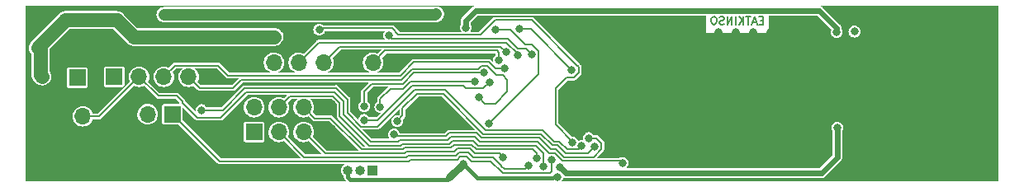
<source format=gbr>
%TF.GenerationSoftware,KiCad,Pcbnew,6.0.0*%
%TF.CreationDate,2022-04-11T19:56:14-05:00*%
%TF.ProjectId,main_board_bodged,6d61696e-5f62-46f6-9172-645f626f6467,rev?*%
%TF.SameCoordinates,Original*%
%TF.FileFunction,Copper,L2,Bot*%
%TF.FilePolarity,Positive*%
%FSLAX46Y46*%
G04 Gerber Fmt 4.6, Leading zero omitted, Abs format (unit mm)*
G04 Created by KiCad (PCBNEW 6.0.0) date 2022-04-11 19:56:14*
%MOMM*%
%LPD*%
G01*
G04 APERTURE LIST*
%ADD10C,0.150000*%
%TA.AperFunction,NonConductor*%
%ADD11C,0.150000*%
%TD*%
%TA.AperFunction,ComponentPad*%
%ADD12R,1.000000X1.000000*%
%TD*%
%TA.AperFunction,ComponentPad*%
%ADD13O,1.000000X1.000000*%
%TD*%
%TA.AperFunction,ComponentPad*%
%ADD14R,1.700000X1.700000*%
%TD*%
%TA.AperFunction,ComponentPad*%
%ADD15O,1.700000X1.700000*%
%TD*%
%TA.AperFunction,ComponentPad*%
%ADD16C,0.700000*%
%TD*%
%TA.AperFunction,ComponentPad*%
%ADD17C,4.400000*%
%TD*%
%TA.AperFunction,SMDPad,CuDef*%
%ADD18R,5.080000X1.500000*%
%TD*%
%TA.AperFunction,ViaPad*%
%ADD19C,0.800000*%
%TD*%
%TA.AperFunction,Conductor*%
%ADD20C,0.400000*%
%TD*%
%TA.AperFunction,Conductor*%
%ADD21C,1.200000*%
%TD*%
%TA.AperFunction,Conductor*%
%ADD22C,0.800000*%
%TD*%
%TA.AperFunction,Conductor*%
%ADD23C,0.200000*%
%TD*%
%TA.AperFunction,Conductor*%
%ADD24C,0.600000*%
%TD*%
%TA.AperFunction,Conductor*%
%ADD25C,1.450000*%
%TD*%
G04 APERTURE END LIST*
D10*
D11*
X202603571Y-133292857D02*
X202336904Y-133292857D01*
X202222619Y-133711904D02*
X202603571Y-133711904D01*
X202603571Y-132911904D01*
X202222619Y-132911904D01*
X201917857Y-133483333D02*
X201536904Y-133483333D01*
X201994047Y-133711904D02*
X201727380Y-132911904D01*
X201460714Y-133711904D01*
X201308333Y-132911904D02*
X200851190Y-132911904D01*
X201079761Y-133711904D02*
X201079761Y-132911904D01*
X200584523Y-133711904D02*
X200584523Y-132911904D01*
X200127380Y-133711904D02*
X200470238Y-133254761D01*
X200127380Y-132911904D02*
X200584523Y-133369047D01*
X199784523Y-133711904D02*
X199784523Y-132911904D01*
X199403571Y-133711904D02*
X199403571Y-132911904D01*
X198946428Y-133711904D01*
X198946428Y-132911904D01*
X198603571Y-133673809D02*
X198489285Y-133711904D01*
X198298809Y-133711904D01*
X198222619Y-133673809D01*
X198184523Y-133635714D01*
X198146428Y-133559523D01*
X198146428Y-133483333D01*
X198184523Y-133407142D01*
X198222619Y-133369047D01*
X198298809Y-133330952D01*
X198451190Y-133292857D01*
X198527380Y-133254761D01*
X198565476Y-133216666D01*
X198603571Y-133140476D01*
X198603571Y-133064285D01*
X198565476Y-132988095D01*
X198527380Y-132950000D01*
X198451190Y-132911904D01*
X198260714Y-132911904D01*
X198146428Y-132950000D01*
X197651190Y-132911904D02*
X197498809Y-132911904D01*
X197422619Y-132950000D01*
X197346428Y-133026190D01*
X197308333Y-133178571D01*
X197308333Y-133445238D01*
X197346428Y-133597619D01*
X197422619Y-133673809D01*
X197498809Y-133711904D01*
X197651190Y-133711904D01*
X197727380Y-133673809D01*
X197803571Y-133597619D01*
X197841666Y-133445238D01*
X197841666Y-133178571D01*
X197803571Y-133026190D01*
X197727380Y-132950000D01*
X197651190Y-132911904D01*
D12*
%TO.P,J7,1,Pin_1*%
%TO.N,USART1_TX*%
X162575000Y-148725000D03*
D13*
%TO.P,J7,2,Pin_2*%
%TO.N,I2C1_SDA*%
X161305000Y-148725000D03*
%TO.P,J7,3,Pin_3*%
%TO.N,+3V3*%
X160035000Y-148725000D03*
%TO.P,J7,4,Pin_4*%
%TO.N,GND*%
X158765000Y-148725000D03*
%TD*%
D14*
%TO.P,J8,1,Pin_1*%
%TO.N,Net-(D4-Pad2)*%
X132300000Y-139200000D03*
D15*
%TO.P,J8,2,Pin_2*%
%TO.N,GND*%
X132300000Y-136660000D03*
%TD*%
D16*
%TO.P,H1,1,1*%
%TO.N,GND*%
X139250000Y-147250000D03*
X138766726Y-146083274D03*
D17*
X137600000Y-147250000D03*
D16*
X137600000Y-148900000D03*
X137600000Y-145600000D03*
X135950000Y-147250000D03*
X136433274Y-146083274D03*
X138766726Y-148416726D03*
X136433274Y-148416726D03*
%TD*%
D14*
%TO.P,J3,1,Pin_1*%
%TO.N,GND*%
X149925000Y-137650000D03*
D15*
%TO.P,J3,2,Pin_2*%
%TO.N,+5V_GPS*%
X152465000Y-137650000D03*
%TO.P,J3,3,Pin_3*%
%TO.N,USART1_RX*%
X155005000Y-137650000D03*
%TO.P,J3,4,Pin_4*%
%TO.N,GPS_STATE*%
X157545000Y-137650000D03*
%TO.P,J3,5,Pin_5*%
%TO.N,GND*%
X160085000Y-137650000D03*
%TO.P,J3,6,Pin_6*%
%TO.N,unconnected-(J3-Pad6)*%
X162625000Y-137650000D03*
%TD*%
D14*
%TO.P,J2,1,Pin_1*%
%TO.N,+3V3_RFID*%
X150425000Y-144775000D03*
D15*
%TO.P,J2,2,Pin_2*%
%TO.N,RFID_LED*%
X150425000Y-142235000D03*
%TO.P,J2,3,Pin_3*%
%TO.N,I2C1_SCL*%
X152965000Y-144775000D03*
%TO.P,J2,4,Pin_4*%
%TO.N,RFID_DATA1*%
X152965000Y-142235000D03*
%TO.P,J2,5,Pin_5*%
%TO.N,RFID_NRST*%
X155505000Y-144775000D03*
%TO.P,J2,6,Pin_6*%
%TO.N,RFID_TAG_IN_RANGE*%
X155505000Y-142235000D03*
%TO.P,J2,7,Pin_7*%
%TO.N,GND*%
X158045000Y-144775000D03*
%TO.P,J2,8,Pin_8*%
X158045000Y-142235000D03*
%TD*%
D16*
%TO.P,H2,1,1*%
%TO.N,GND*%
X218855000Y-134905000D03*
X217205000Y-136555000D03*
X217205000Y-133255000D03*
X218371726Y-136071726D03*
X218371726Y-133738274D03*
D17*
X217205000Y-134905000D03*
D16*
X216038274Y-136071726D03*
X215555000Y-134905000D03*
X216038274Y-133738274D03*
%TD*%
%TO.P,H4,1,1*%
%TO.N,GND*%
X217099000Y-148427000D03*
X215932274Y-147943726D03*
D17*
X217099000Y-146777000D03*
D16*
X218265726Y-147943726D03*
X215449000Y-146777000D03*
X218749000Y-146777000D03*
X218265726Y-145610274D03*
X217099000Y-145127000D03*
X215932274Y-145610274D03*
%TD*%
D14*
%TO.P,J1,1,Pin_1*%
%TO.N,ALARM_ON*%
X142050000Y-142950000D03*
D15*
%TO.P,J1,2,Pin_2*%
%TO.N,+3V3*%
X139510000Y-142950000D03*
%TO.P,J1,3,Pin_3*%
%TO.N,GND*%
X136970000Y-142950000D03*
%TD*%
D14*
%TO.P,SW1,1,1*%
%TO.N,GND*%
X132870000Y-145710000D03*
D15*
%TO.P,SW1,2,2*%
%TO.N,NRST*%
X132870000Y-143170000D03*
%TD*%
D18*
%TO.P,J6,2,Ext*%
%TO.N,GND*%
X224100000Y-144875000D03*
X224100000Y-136375000D03*
%TD*%
D14*
%TO.P,J5,1,Pin_1*%
%TO.N,+3V3*%
X136093745Y-139096248D03*
D15*
%TO.P,J5,2,Pin_2*%
%TO.N,NRST*%
X138633745Y-139096248D03*
%TO.P,J5,3,Pin_3*%
%TO.N,DEBUG_JTMS_SWDIO*%
X141173745Y-139096248D03*
%TO.P,J5,4,Pin_4*%
%TO.N,DEBUG_JTCK_SWCLK*%
X143713745Y-139096248D03*
%TO.P,J5,5,Pin_5*%
%TO.N,GND*%
X146253745Y-139096248D03*
%TD*%
D19*
%TO.N,GND*%
X184570000Y-133290000D03*
%TO.N,*%
X211975000Y-134465000D03*
%TO.N,+3V3*%
X141216000Y-132723000D03*
X171850000Y-148025000D03*
X181525000Y-149400000D03*
X169090000Y-132650000D03*
%TO.N,GND*%
X204975000Y-148100000D03*
X198000000Y-134500000D03*
X208425000Y-136265000D03*
X219275000Y-138815000D03*
X222900000Y-138815000D03*
X222400000Y-132540000D03*
X188950000Y-136275000D03*
X208510000Y-137950000D03*
X203400000Y-134500000D03*
X199800000Y-142000000D03*
X221100000Y-138815000D03*
X207000000Y-134500000D03*
X211850000Y-148090000D03*
X208425000Y-134465000D03*
X199475000Y-148100000D03*
X207035000Y-137985000D03*
X192575000Y-136300000D03*
X208275000Y-146265000D03*
X194375000Y-134500000D03*
X199800000Y-143800000D03*
X198000000Y-136300000D03*
X213575000Y-137990000D03*
X201600000Y-134500000D03*
X194100000Y-142000000D03*
X201600000Y-138100000D03*
X222400000Y-148665000D03*
X166100000Y-144450000D03*
X224700000Y-138790000D03*
X203175000Y-148100000D03*
X201600000Y-142000000D03*
X203400000Y-142000000D03*
X199800000Y-134500000D03*
X195900000Y-143800000D03*
X224650000Y-142065000D03*
X196175000Y-136300000D03*
X203400000Y-143800000D03*
X192575000Y-134500000D03*
X201600000Y-143800000D03*
X198000000Y-138100000D03*
X169300000Y-134050000D03*
X224200000Y-134340000D03*
X194075000Y-148100000D03*
X206775000Y-148100000D03*
X216300000Y-142590000D03*
X199800000Y-138100000D03*
X203400000Y-138100000D03*
X197700000Y-143800000D03*
X199800000Y-136300000D03*
X208250000Y-148065000D03*
X211900000Y-146265000D03*
X224200000Y-132540000D03*
X207000000Y-136300000D03*
X208360000Y-144350000D03*
X188950000Y-134475000D03*
X189200000Y-141800000D03*
X222400000Y-134340000D03*
X224200000Y-146865000D03*
X203400000Y-136300000D03*
X205200000Y-136300000D03*
X218350000Y-142590000D03*
X211960000Y-144350000D03*
X166175000Y-137200000D03*
X197675000Y-148100000D03*
X205200000Y-138100000D03*
X222400000Y-146865000D03*
X206800000Y-146275000D03*
X215575000Y-138790000D03*
X194375000Y-136300000D03*
X190750000Y-134475000D03*
X211850000Y-136240000D03*
X201375000Y-148100000D03*
X189325000Y-147325000D03*
X222850000Y-142065000D03*
X196175000Y-134500000D03*
X205200000Y-134500000D03*
X169200000Y-143700000D03*
X201600000Y-136300000D03*
X190750000Y-136275000D03*
X195875000Y-148100000D03*
X224200000Y-148665000D03*
%TO.N,Net-(C5-Pad1)*%
X174520489Y-143879511D03*
X175150000Y-134250000D03*
%TO.N,NRST*%
X188200000Y-147950000D03*
%TO.N,RFSW_VC1*%
X181775000Y-148400000D03*
X210210000Y-144325000D03*
%TO.N,RFSW_VC2*%
X172150000Y-134050000D03*
X210150000Y-134515000D03*
%TO.N,+5V*%
X152490000Y-135000000D03*
X128700000Y-139050000D03*
X136370000Y-133280000D03*
%TO.N,ALARM_ON*%
X180925000Y-147680000D03*
%TO.N,RFID_DATA1*%
X180050000Y-148280000D03*
%TO.N,RFID_NRST*%
X175950000Y-147350000D03*
%TO.N,RFID_TAG_IN_RANGE*%
X179400000Y-147475000D03*
%TO.N,GPS_STATE*%
X176250000Y-136550000D03*
%TO.N,DEBUG_JTMS_SWDIO*%
X176115000Y-138225000D03*
%TO.N,DEBUG_JTCK_SWCLK*%
X173450000Y-141200000D03*
%TO.N,Net-(C47-Pad1)*%
X183000000Y-138400000D03*
X177650000Y-134200000D03*
%TO.N,I2C1_SCL*%
X178575000Y-148250000D03*
%TO.N,Net-(TP1-Pad1)*%
X164275000Y-134825000D03*
X178900000Y-136775000D03*
%TO.N,GPS_~{PWR}*%
X183040000Y-145830000D03*
X157100000Y-134250000D03*
%TO.N,RFID_~{PWR}*%
X184010000Y-146190000D03*
X145050000Y-142525000D03*
%TO.N,Net-(TP2-Pad1)*%
X165090000Y-143640000D03*
X185325000Y-146250000D03*
%TO.N,Net-(TP4-Pad1)*%
X173100000Y-139589259D03*
X163360000Y-142200000D03*
%TO.N,Net-(TP5-Pad1)*%
X174550000Y-139650000D03*
X161705495Y-143540489D03*
%TO.N,Net-(TP6-Pad1)*%
X164775000Y-145025000D03*
X184725000Y-145400000D03*
%TO.N,Net-(TP7-Pad1)*%
X161710000Y-142140000D03*
X174000000Y-138700000D03*
%TO.N,USART1_RX*%
X177420000Y-136870000D03*
%TO.N,RFID_DATA0*%
X175490000Y-137380000D03*
%TD*%
D20*
%TO.N,+3V3*%
X181525000Y-149400000D02*
X181170000Y-149400000D01*
X171850000Y-148025000D02*
X173345000Y-149520000D01*
X160035000Y-149432106D02*
X160252874Y-149649980D01*
D21*
X169017000Y-132723000D02*
X169090000Y-132650000D01*
D20*
X173345000Y-149520000D02*
X181050000Y-149520000D01*
X181170000Y-149400000D02*
X181050000Y-149520000D01*
D22*
X171850000Y-148025000D02*
X170425020Y-149449980D01*
D21*
X141216000Y-132723000D02*
X169017000Y-132723000D01*
D20*
X160252874Y-149649980D02*
X170225020Y-149649980D01*
X170225020Y-149649980D02*
X171850000Y-148025000D01*
X160035000Y-148725000D02*
X160035000Y-149432106D01*
D23*
%TO.N,Net-(C5-Pad1)*%
X178864259Y-135750000D02*
X179599511Y-136485252D01*
X176710741Y-134250000D02*
X178210741Y-135750000D01*
X179599511Y-136485252D02*
X179599511Y-138800489D01*
X178210741Y-135750000D02*
X178864259Y-135750000D01*
X174520489Y-143879511D02*
X179599511Y-138800489D01*
X175150000Y-134250000D02*
X176710741Y-134250000D01*
%TO.N,NRST*%
X149614031Y-140685969D02*
X146990000Y-143310000D01*
X170256463Y-145598069D02*
X165375000Y-145598069D01*
X173588535Y-145777581D02*
X179481846Y-145777581D01*
X140607497Y-141070000D02*
X138633745Y-139096248D01*
X143080000Y-141770000D02*
X143080000Y-141640000D01*
X182038070Y-147748070D02*
X181230000Y-146940000D01*
X142510000Y-141070000D02*
X140607497Y-141070000D01*
X173588535Y-145777581D02*
X173085954Y-145275000D01*
X165195490Y-145777579D02*
X162377580Y-145777580D01*
X165375000Y-145598069D02*
X165195490Y-145777579D01*
X170579532Y-145275000D02*
X170256463Y-145598069D01*
X146990000Y-143310000D02*
X144620000Y-143310000D01*
X181230000Y-146940000D02*
X180644265Y-146940000D01*
X180644265Y-146940000D02*
X179481846Y-145777581D01*
X158686630Y-140685969D02*
X149614031Y-140685969D01*
X143080000Y-141640000D02*
X142510000Y-141070000D01*
X134559993Y-143170000D02*
X138633745Y-139096248D01*
X159594031Y-142994031D02*
X159594031Y-141593370D01*
X159594031Y-141593370D02*
X158686630Y-140685969D01*
X173085954Y-145275000D02*
X170579532Y-145275000D01*
X159594031Y-142994031D02*
X162377580Y-145777580D01*
X188200000Y-147950000D02*
X187998070Y-147748070D01*
X144620000Y-143310000D02*
X143080000Y-141770000D01*
X187998070Y-147748070D02*
X182038070Y-147748070D01*
X132870000Y-143170000D02*
X134559993Y-143170000D01*
D24*
%TO.N,RFSW_VC1*%
X208597102Y-148990000D02*
X210210000Y-147377102D01*
D20*
X181775000Y-148400000D02*
X182400000Y-149025000D01*
D24*
X210210000Y-147377102D02*
X210210000Y-144325000D01*
X208471169Y-148999511D02*
X182396613Y-148999511D01*
X181797102Y-148400000D02*
X181775000Y-148400000D01*
X182422102Y-149025000D02*
X181797102Y-148400000D01*
X208622102Y-148990000D02*
X208480680Y-148990000D01*
X182396613Y-148999511D02*
X182098551Y-148701449D01*
X208480680Y-148990000D02*
X208471169Y-148999511D01*
%TO.N,RFSW_VC2*%
X172150000Y-133300000D02*
X172150000Y-134050000D01*
X210150000Y-134515000D02*
X210150000Y-134115000D01*
X210150000Y-134115000D02*
X208350000Y-132315000D01*
X173135000Y-132315000D02*
X172150000Y-133300000D01*
X208350000Y-132315000D02*
X173135000Y-132315000D01*
D25*
%TO.N,+5V*%
X128535000Y-138885000D02*
X128700000Y-139050000D01*
X138090000Y-135000000D02*
X152490000Y-135000000D01*
X136370000Y-133280000D02*
X138090000Y-135000000D01*
X131080000Y-133280000D02*
X136370000Y-133280000D01*
X128260000Y-136100000D02*
X131080000Y-133280000D01*
X128535000Y-136125000D02*
X128535000Y-138885000D01*
D23*
%TO.N,ALARM_ON*%
X180925000Y-148800480D02*
X180925000Y-147500000D01*
X146875180Y-147775180D02*
X166250400Y-147775180D01*
X175824511Y-148899511D02*
X175824511Y-148924511D01*
X142050000Y-142950000D02*
X146875180Y-147775180D01*
X172242977Y-147282023D02*
X172736132Y-147775178D01*
X180725000Y-149000480D02*
X180925000Y-148800480D01*
X171253953Y-147600579D02*
X171554532Y-147300000D01*
X172225000Y-147300000D02*
X172242977Y-147282023D01*
X171554532Y-147300000D02*
X172225000Y-147300000D01*
X166425000Y-147600580D02*
X171253953Y-147600579D01*
X174700178Y-147775178D02*
X175824511Y-148899511D01*
X172736132Y-147775178D02*
X174700178Y-147775178D01*
X175824511Y-148924511D02*
X175900480Y-149000480D01*
X166250400Y-147775180D02*
X166425000Y-147600580D01*
X175900480Y-149000480D02*
X180725000Y-149000480D01*
%TO.N,RFID_DATA1*%
X172920468Y-145674520D02*
X173423049Y-146177101D01*
X173423049Y-146177101D02*
X179316360Y-146177101D01*
X154114511Y-141085489D02*
X158521144Y-141085489D01*
X158521144Y-141085489D02*
X159194511Y-141758856D01*
X162212094Y-146177100D02*
X165470490Y-146177099D01*
X159194511Y-141758856D02*
X159194511Y-143159517D01*
X159194511Y-143159517D02*
X162212094Y-146177100D01*
X180099511Y-146960251D02*
X180099511Y-148230489D01*
X180099511Y-148230489D02*
X180050000Y-148280000D01*
X165650000Y-145997589D02*
X170421950Y-145997588D01*
X170745018Y-145674520D02*
X172920468Y-145674520D01*
X165470490Y-146177099D02*
X165650000Y-145997589D01*
X170421950Y-145997588D02*
X170745018Y-145674520D01*
X179316360Y-146177101D02*
X180099511Y-146960252D01*
X152965000Y-142235000D02*
X154114511Y-141085489D01*
%TO.N,RFID_NRST*%
X170927894Y-146796626D02*
X167728373Y-146796627D01*
X175576140Y-146976140D02*
X173092076Y-146976140D01*
X175576140Y-146976140D02*
X175950000Y-147350000D01*
X166012115Y-146800000D02*
X165835976Y-146976139D01*
X157706141Y-146976141D02*
X160598859Y-146976141D01*
X167728373Y-146796627D02*
X167725000Y-146800000D01*
X157706141Y-146976141D02*
X155505000Y-144775000D01*
X173092076Y-146976140D02*
X172590456Y-146474520D01*
X160598859Y-146976141D02*
X160598861Y-146976139D01*
X172590456Y-146474520D02*
X171250000Y-146474520D01*
X165835976Y-146976139D02*
X160598861Y-146976139D01*
X167725000Y-146800000D02*
X166012115Y-146800000D01*
X171250000Y-146474520D02*
X170927894Y-146796626D01*
%TO.N,RFID_TAG_IN_RANGE*%
X165670489Y-146576619D02*
X165850000Y-146397109D01*
X155505000Y-142235000D02*
X156654511Y-143384511D01*
X179400000Y-147000000D02*
X179400000Y-147475000D01*
X156654511Y-143384511D02*
X158280166Y-143384511D01*
X178976621Y-146576621D02*
X179400000Y-147000000D01*
X165850000Y-146397109D02*
X170587437Y-146397107D01*
X161472274Y-146576619D02*
X165670489Y-146576619D01*
X158280166Y-143384511D02*
X161472274Y-146576619D01*
X173257562Y-146576620D02*
X178976621Y-146576621D01*
X170909544Y-146075000D02*
X172755942Y-146075000D01*
X170587437Y-146397107D02*
X170909544Y-146075000D01*
X172755942Y-146075000D02*
X173257562Y-146576620D01*
%TO.N,GPS_STATE*%
X176250000Y-136550000D02*
X175708560Y-136008560D01*
X175708560Y-136008560D02*
X159186440Y-136008560D01*
X159186440Y-136008560D02*
X157545000Y-137650000D01*
%TO.N,DEBUG_JTMS_SWDIO*%
X175140006Y-138225000D02*
X174502987Y-137587981D01*
X174502987Y-137587981D02*
X166777674Y-137587981D01*
X176115000Y-138225000D02*
X175140006Y-138225000D01*
X166777674Y-137587981D02*
X165399404Y-138966251D01*
X142323745Y-137946248D02*
X146763745Y-137946248D01*
X141173745Y-139096248D02*
X142323745Y-137946248D01*
X165399404Y-138966251D02*
X147783749Y-138966251D01*
X146763745Y-137946248D02*
X147783749Y-138966251D01*
%TO.N,DEBUG_JTCK_SWCLK*%
X175200000Y-141850000D02*
X176400000Y-140650000D01*
X144863745Y-140246248D02*
X148291814Y-140246248D01*
X143713745Y-139096248D02*
X144863745Y-140246248D01*
X174100000Y-141850000D02*
X175200000Y-141850000D01*
X175249511Y-138899511D02*
X174337500Y-137987500D01*
X149119031Y-139419031D02*
X165511631Y-139419030D01*
X175899511Y-138899511D02*
X175249511Y-138899511D01*
X165511631Y-139419030D02*
X166630670Y-138299991D01*
X166630670Y-138299991D02*
X173410750Y-138299991D01*
X173410750Y-138299991D02*
X173723241Y-137987500D01*
X176400000Y-140650000D02*
X176400000Y-139400000D01*
X173450000Y-141200000D02*
X174100000Y-141850000D01*
X176400000Y-139400000D02*
X175899511Y-138899511D01*
X148291814Y-140246248D02*
X149119031Y-139419031D01*
X173723241Y-137987500D02*
X174337500Y-137987500D01*
%TO.N,Net-(C47-Pad1)*%
X183000000Y-138399022D02*
X183000000Y-138400000D01*
X178800978Y-134200000D02*
X183000000Y-138399022D01*
X177650000Y-134200000D02*
X178800978Y-134200000D01*
%TO.N,I2C1_SCL*%
X152965000Y-144775000D02*
X155565661Y-147375661D01*
X171415486Y-146874040D02*
X172400000Y-146874040D01*
X171088466Y-147201060D02*
X171415486Y-146874040D01*
X174925659Y-147375659D02*
X175775000Y-148225000D01*
X178245003Y-148579997D02*
X178575000Y-148250000D01*
X172400000Y-146874040D02*
X172901619Y-147375659D01*
X172901619Y-147375659D02*
X174925659Y-147375659D01*
X175775000Y-148284994D02*
X176070003Y-148579997D01*
X175775000Y-148225000D02*
X175775000Y-148284994D01*
X166176061Y-147201060D02*
X171088466Y-147201060D01*
X176070003Y-148579997D02*
X178245003Y-148579997D01*
X166001460Y-147375661D02*
X166176061Y-147201060D01*
X155565661Y-147375661D02*
X166001460Y-147375661D01*
%TO.N,Net-(TP1-Pad1)*%
X178295489Y-136170489D02*
X178900000Y-136775000D01*
X177424754Y-136170489D02*
X178295489Y-136170489D01*
X164525000Y-135200000D02*
X176454265Y-135200000D01*
X176454265Y-135200000D02*
X177424754Y-136170489D01*
X164275000Y-134950000D02*
X164525000Y-135200000D01*
X164275000Y-134825000D02*
X164275000Y-134950000D01*
%TO.N,GPS_~{PWR}*%
X165200000Y-134775000D02*
X165200000Y-134760741D01*
X183500000Y-137872113D02*
X183500000Y-137910741D01*
X157224511Y-134125489D02*
X157100000Y-134250000D01*
X183699511Y-138689748D02*
X183189259Y-139200000D01*
X183699511Y-138110252D02*
X183699511Y-138689748D01*
X182450000Y-139200000D02*
X181350000Y-140300000D01*
X165200000Y-134760741D02*
X164564748Y-134125489D01*
X164564748Y-134125489D02*
X157224511Y-134125489D01*
X181350000Y-140300000D02*
X181350000Y-144025000D01*
X165200000Y-134775000D02*
X173635740Y-134775000D01*
X178877887Y-133250000D02*
X183500000Y-137872113D01*
X173635740Y-134775000D02*
X175160741Y-133250000D01*
X175160741Y-133250000D02*
X178877887Y-133250000D01*
X183189259Y-139200000D02*
X182450000Y-139200000D01*
X183500000Y-137910741D02*
X183699511Y-138110252D01*
X181350000Y-144025000D02*
X183175000Y-145850000D01*
%TO.N,RFID_~{PWR}*%
X149448545Y-140286449D02*
X147209994Y-142525000D01*
X159997833Y-141432167D02*
X158837833Y-140272167D01*
X166850000Y-140425000D02*
X163057378Y-144217622D01*
X161415747Y-144240000D02*
X159997833Y-142822086D01*
X158837833Y-140272167D02*
X158823551Y-140286449D01*
X170025000Y-140425000D02*
X166850000Y-140425000D01*
X163057378Y-144217622D02*
X162017621Y-144217622D01*
X182534529Y-146549511D02*
X181726459Y-145741441D01*
X159997833Y-142822086D02*
X159997833Y-141432167D01*
X161995243Y-144240000D02*
X161415747Y-144240000D01*
X147209994Y-142525000D02*
X145050000Y-142525000D01*
X180039023Y-144579023D02*
X174179022Y-144579022D01*
X181726459Y-145741441D02*
X181201441Y-145741441D01*
X183700489Y-146549511D02*
X182534529Y-146549511D01*
X158823551Y-140286449D02*
X149448545Y-140286449D01*
X162017621Y-144217622D02*
X161995243Y-144240000D01*
X174179022Y-144579022D02*
X170025000Y-140425000D01*
X184125000Y-146125000D02*
X183700489Y-146549511D01*
X181201441Y-145741441D02*
X180039023Y-144579023D01*
%TO.N,Net-(TP2-Pad1)*%
X181560972Y-146140960D02*
X180975486Y-146140960D01*
X180975486Y-146140960D02*
X179813068Y-144978542D01*
X169825000Y-140824520D02*
X167150000Y-140824520D01*
X167150000Y-140824520D02*
X165650000Y-142324520D01*
X185325000Y-146250000D02*
X184625970Y-146949030D01*
X165650000Y-142324520D02*
X165650000Y-143080000D01*
X173929021Y-144978541D02*
X179813068Y-144978542D01*
X184625970Y-146949030D02*
X182369042Y-146949030D01*
X182369042Y-146949030D02*
X181560972Y-146140960D01*
X169825000Y-140874520D02*
X169825000Y-140824520D01*
X165650000Y-143080000D02*
X165090000Y-143640000D01*
X173929021Y-144978541D02*
X169825000Y-140874520D01*
%TO.N,Net-(TP4-Pad1)*%
X163360000Y-141360000D02*
X164390000Y-140330000D01*
X165730673Y-140330000D02*
X166471414Y-139589259D01*
X163360000Y-142200000D02*
X163360000Y-141360000D01*
X173100000Y-139589259D02*
X166471414Y-139589259D01*
X164390000Y-140330000D02*
X165730673Y-140330000D01*
%TO.N,Net-(TP5-Pad1)*%
X172138770Y-140288770D02*
X171838779Y-139988779D01*
X161705495Y-143540489D02*
X163085190Y-143540489D01*
X171838779Y-139988779D02*
X166636900Y-139988779D01*
X163085190Y-143540489D02*
X166636900Y-139988779D01*
X173911230Y-140288770D02*
X172138770Y-140288770D01*
X174550000Y-139650000D02*
X173911230Y-140288770D01*
%TO.N,Net-(TP6-Pad1)*%
X170090976Y-145198550D02*
X170415486Y-144874040D01*
X185215710Y-147348550D02*
X182203556Y-147348550D01*
X182203556Y-147348550D02*
X181395486Y-146540480D01*
X170415486Y-144874040D02*
X173250000Y-144874040D01*
X186024511Y-146539748D02*
X185215710Y-147348550D01*
X179647582Y-145378062D02*
X179201942Y-145378062D01*
X180810000Y-146540480D02*
X179647582Y-145378062D01*
X185500000Y-145400000D02*
X186024511Y-145924511D01*
X164775000Y-145025000D02*
X164948549Y-145198549D01*
X179201942Y-145378062D02*
X179201940Y-145378060D01*
X173754021Y-145378061D02*
X174350000Y-145378060D01*
X174350000Y-145378060D02*
X179201940Y-145378060D01*
X173250000Y-144874040D02*
X173754021Y-145378061D01*
X186024511Y-145924511D02*
X186024511Y-146539748D01*
X184725000Y-145400000D02*
X185500000Y-145400000D01*
X181395486Y-146540480D02*
X180810000Y-146540480D01*
X164948549Y-145198549D02*
X170090976Y-145198550D01*
X164775000Y-145025000D02*
X164775000Y-145200000D01*
%TO.N,Net-(TP7-Pad1)*%
X162510000Y-139818550D02*
X161710000Y-140618550D01*
X165677117Y-139818550D02*
X162510000Y-139818550D01*
X174000000Y-138700000D02*
X173999511Y-138699511D01*
X166796156Y-138699511D02*
X165677117Y-139818550D01*
X173999511Y-138699511D02*
X166796156Y-138699511D01*
X161710000Y-140618550D02*
X161710000Y-142140000D01*
%TO.N,USART1_RX*%
X177420000Y-136870000D02*
X177420000Y-136730741D01*
X177420000Y-136730741D02*
X176298299Y-135609040D01*
X157045960Y-135609040D02*
X155005000Y-137650000D01*
X176298299Y-135609040D02*
X157045960Y-135609040D01*
%TO.N,RFID_DATA0*%
X162625000Y-137650000D02*
X163866920Y-136408080D01*
X175308080Y-136408080D02*
X175490000Y-136590000D01*
X175490000Y-136590000D02*
X175490000Y-137380000D01*
X163866920Y-136408080D02*
X175308080Y-136408080D01*
%TD*%
%TA.AperFunction,Conductor*%
%TO.N,GND*%
G36*
X226746073Y-131778927D02*
G01*
X226749500Y-131787200D01*
X226749500Y-149862800D01*
X226746073Y-149871073D01*
X226737800Y-149874500D01*
X226345250Y-149874500D01*
X186275000Y-149825000D01*
X181976479Y-149828984D01*
X181968203Y-149825565D01*
X181964768Y-149817295D01*
X181967186Y-149810162D01*
X182049065Y-149703455D01*
X182049065Y-149703454D01*
X182049536Y-149702841D01*
X182110044Y-149556762D01*
X182124224Y-149449053D01*
X182128701Y-149441298D01*
X182137351Y-149438980D01*
X182142841Y-149441218D01*
X182178609Y-149468025D01*
X182178611Y-149468026D01*
X182179278Y-149468526D01*
X182180058Y-149468819D01*
X182180061Y-149468820D01*
X182243500Y-149492602D01*
X182313521Y-149518852D01*
X182456493Y-149529476D01*
X182457307Y-149529302D01*
X182457310Y-149529302D01*
X182578894Y-149503347D01*
X182593314Y-149500269D01*
X182595756Y-149500011D01*
X208413755Y-149500011D01*
X208416337Y-149500299D01*
X208430616Y-149503530D01*
X208431441Y-149503479D01*
X208431443Y-149503479D01*
X208486978Y-149500033D01*
X208487703Y-149500011D01*
X208507109Y-149500011D01*
X208521761Y-149497913D01*
X208522690Y-149497817D01*
X208532137Y-149497231D01*
X208572875Y-149494704D01*
X208572878Y-149494703D01*
X208573707Y-149494652D01*
X208574492Y-149494369D01*
X208574495Y-149494368D01*
X208577807Y-149493172D01*
X208581055Y-149492498D01*
X208612912Y-149490522D01*
X208613635Y-149490500D01*
X208658042Y-149490500D01*
X208691803Y-149485665D01*
X208692736Y-149485569D01*
X208699640Y-149485141D01*
X208701267Y-149484554D01*
X208703569Y-149483980D01*
X208764020Y-149475323D01*
X208778323Y-149468820D01*
X208893770Y-149416330D01*
X208893772Y-149416328D01*
X208894530Y-149415984D01*
X209003139Y-149322400D01*
X209058885Y-149236395D01*
X209060429Y-149234487D01*
X210523313Y-147771603D01*
X210525343Y-147769981D01*
X210537720Y-147762172D01*
X210575099Y-147719848D01*
X210575596Y-147719320D01*
X210589320Y-147705596D01*
X210598211Y-147693733D01*
X210598786Y-147693027D01*
X210610291Y-147680000D01*
X210632623Y-147654714D01*
X210640783Y-147637334D01*
X210642011Y-147635291D01*
X210653025Y-147620594D01*
X210653526Y-147619926D01*
X210671467Y-147572069D01*
X210671823Y-147571221D01*
X210693553Y-147524939D01*
X210696507Y-147505965D01*
X210697113Y-147503659D01*
X210703557Y-147486469D01*
X210703852Y-147485683D01*
X210707640Y-147434707D01*
X210707747Y-147433776D01*
X210710431Y-147416534D01*
X210710500Y-147416093D01*
X210710500Y-147396654D01*
X210710532Y-147395787D01*
X210712830Y-147364856D01*
X210714476Y-147342711D01*
X210710758Y-147325293D01*
X210710500Y-147322851D01*
X210710500Y-144663137D01*
X210712918Y-144656014D01*
X210734067Y-144628452D01*
X210734536Y-144627841D01*
X210795044Y-144481762D01*
X210815682Y-144325000D01*
X210795044Y-144168238D01*
X210734536Y-144022159D01*
X210721588Y-144005284D01*
X210643596Y-143903643D01*
X210638282Y-143896718D01*
X210568705Y-143843330D01*
X210513455Y-143800935D01*
X210513454Y-143800935D01*
X210512841Y-143800464D01*
X210366762Y-143739956D01*
X210230653Y-143722037D01*
X210210760Y-143719418D01*
X210210000Y-143719318D01*
X210209240Y-143719418D01*
X210189347Y-143722037D01*
X210053238Y-143739956D01*
X209907159Y-143800464D01*
X209906546Y-143800935D01*
X209906545Y-143800935D01*
X209851295Y-143843330D01*
X209781718Y-143896718D01*
X209776404Y-143903643D01*
X209698413Y-144005284D01*
X209685464Y-144022159D01*
X209624956Y-144168238D01*
X209604318Y-144325000D01*
X209624956Y-144481762D01*
X209685464Y-144627841D01*
X209685933Y-144628452D01*
X209707082Y-144656014D01*
X209709500Y-144663137D01*
X209709500Y-147164942D01*
X209706073Y-147173215D01*
X208387976Y-148491312D01*
X208380428Y-148494716D01*
X208378981Y-148494806D01*
X208378975Y-148494807D01*
X208378142Y-148494859D01*
X208377360Y-148495141D01*
X208377357Y-148495142D01*
X208368566Y-148498316D01*
X208364593Y-148499011D01*
X188502572Y-148499011D01*
X188494299Y-148495584D01*
X188490872Y-148487311D01*
X188494299Y-148479038D01*
X188498093Y-148476503D01*
X188502841Y-148474536D01*
X188518896Y-148462217D01*
X188610995Y-148391547D01*
X188628282Y-148378282D01*
X188719242Y-148259740D01*
X188724065Y-148253455D01*
X188724065Y-148253454D01*
X188724536Y-148252841D01*
X188785044Y-148106762D01*
X188805682Y-147950000D01*
X188785044Y-147793238D01*
X188724536Y-147647159D01*
X188715430Y-147635291D01*
X188631331Y-147525692D01*
X188628282Y-147521718D01*
X188527184Y-147444143D01*
X188503455Y-147425935D01*
X188503454Y-147425935D01*
X188502841Y-147425464D01*
X188356762Y-147364956D01*
X188200000Y-147344318D01*
X188043238Y-147364956D01*
X187897159Y-147425464D01*
X187896549Y-147425932D01*
X187896544Y-147425935D01*
X187871500Y-147445152D01*
X187864378Y-147447570D01*
X185569907Y-147447570D01*
X185561634Y-147444143D01*
X185558207Y-147435870D01*
X185561634Y-147427597D01*
X186200073Y-146789157D01*
X186203208Y-146786919D01*
X186205810Y-146785647D01*
X186205809Y-146785647D01*
X186206780Y-146785173D01*
X186241545Y-146747696D01*
X186241850Y-146747380D01*
X186256759Y-146732471D01*
X186257063Y-146732028D01*
X186259371Y-146728665D01*
X186260440Y-146727328D01*
X186282177Y-146703895D01*
X186282178Y-146703893D01*
X186282912Y-146703102D01*
X186283312Y-146702099D01*
X186283314Y-146702096D01*
X186290777Y-146683388D01*
X186291993Y-146681109D01*
X186304003Y-146663602D01*
X186311634Y-146631447D01*
X186312149Y-146629817D01*
X186313055Y-146627548D01*
X186324394Y-146599126D01*
X186325011Y-146592833D01*
X186325011Y-146576447D01*
X186325327Y-146573745D01*
X186329602Y-146555732D01*
X186329602Y-146555731D01*
X186329851Y-146554682D01*
X186325118Y-146519904D01*
X186325011Y-146518326D01*
X186325011Y-145976731D01*
X186325645Y-145972932D01*
X186326587Y-145970188D01*
X186326937Y-145969169D01*
X186325019Y-145918083D01*
X186325011Y-145917644D01*
X186325011Y-145896563D01*
X186324167Y-145892031D01*
X186323977Y-145890328D01*
X186322778Y-145858384D01*
X186322778Y-145858382D01*
X186322737Y-145857303D01*
X186314356Y-145837795D01*
X186313606Y-145835325D01*
X186312668Y-145830284D01*
X186309720Y-145814458D01*
X186292381Y-145786328D01*
X186291591Y-145784808D01*
X186280631Y-145759300D01*
X186278547Y-145754449D01*
X186278025Y-145753813D01*
X186274721Y-145749789D01*
X186274715Y-145749782D01*
X186274534Y-145749562D01*
X186262946Y-145737974D01*
X186261259Y-145735840D01*
X186251545Y-145720081D01*
X186250979Y-145719163D01*
X186223042Y-145697919D01*
X186221851Y-145696879D01*
X185749409Y-145224438D01*
X185747171Y-145221303D01*
X185745899Y-145218701D01*
X185745425Y-145217731D01*
X185707948Y-145182966D01*
X185707632Y-145182661D01*
X185692723Y-145167752D01*
X185692280Y-145167448D01*
X185688917Y-145165140D01*
X185687580Y-145164071D01*
X185664147Y-145142334D01*
X185664145Y-145142333D01*
X185663354Y-145141599D01*
X185662351Y-145141199D01*
X185662348Y-145141197D01*
X185648890Y-145135828D01*
X185643638Y-145133733D01*
X185641361Y-145132518D01*
X185623854Y-145120508D01*
X185622804Y-145120259D01*
X185622802Y-145120258D01*
X185607694Y-145116673D01*
X185591699Y-145112877D01*
X185590074Y-145112363D01*
X185570841Y-145104690D01*
X185560143Y-145100422D01*
X185560142Y-145100422D01*
X185559378Y-145100117D01*
X185555311Y-145099718D01*
X185553373Y-145099528D01*
X185553368Y-145099528D01*
X185553085Y-145099500D01*
X185536699Y-145099500D01*
X185533997Y-145099184D01*
X185515984Y-145094909D01*
X185515983Y-145094909D01*
X185514934Y-145094660D01*
X185482705Y-145099046D01*
X185480156Y-145099393D01*
X185478578Y-145099500D01*
X185257101Y-145099500D01*
X185248828Y-145096073D01*
X185247819Y-145094922D01*
X185247810Y-145094909D01*
X185153282Y-144971718D01*
X185057276Y-144898050D01*
X185028455Y-144875935D01*
X185028454Y-144875935D01*
X185027841Y-144875464D01*
X184881762Y-144814956D01*
X184725000Y-144794318D01*
X184568238Y-144814956D01*
X184422159Y-144875464D01*
X184421546Y-144875935D01*
X184421545Y-144875935D01*
X184392724Y-144898050D01*
X184296718Y-144971718D01*
X184296250Y-144972328D01*
X184202181Y-145094922D01*
X184200464Y-145097159D01*
X184139956Y-145243238D01*
X184119318Y-145400000D01*
X184139956Y-145556762D01*
X184140251Y-145557474D01*
X184151769Y-145585281D01*
X184151769Y-145594235D01*
X184145437Y-145600567D01*
X184139433Y-145601358D01*
X184010760Y-145584418D01*
X184010000Y-145584318D01*
X183853238Y-145604956D01*
X183707159Y-145665464D01*
X183657940Y-145703231D01*
X183647727Y-145711068D01*
X183639077Y-145713386D01*
X183631322Y-145708909D01*
X183629004Y-145703313D01*
X183625144Y-145674000D01*
X183625044Y-145673238D01*
X183564536Y-145527159D01*
X183549695Y-145507817D01*
X183468750Y-145402328D01*
X183468282Y-145401718D01*
X183426493Y-145369652D01*
X183343455Y-145305935D01*
X183343454Y-145305935D01*
X183342841Y-145305464D01*
X183196762Y-145244956D01*
X183063740Y-145227443D01*
X183040760Y-145224418D01*
X183040000Y-145224318D01*
X182987654Y-145231209D01*
X182979004Y-145228891D01*
X182977854Y-145227882D01*
X181653927Y-143903956D01*
X181650500Y-143895683D01*
X181650500Y-140429317D01*
X181653927Y-140421044D01*
X182571044Y-139503927D01*
X182579317Y-139500500D01*
X183137042Y-139500500D01*
X183140840Y-139501134D01*
X183144601Y-139502425D01*
X183145676Y-139502385D01*
X183145678Y-139502385D01*
X183195672Y-139500508D01*
X183196111Y-139500500D01*
X183217207Y-139500500D01*
X183220648Y-139499859D01*
X183221741Y-139499656D01*
X183223443Y-139499466D01*
X183255386Y-139498267D01*
X183255388Y-139498267D01*
X183256467Y-139498226D01*
X183275975Y-139489845D01*
X183278441Y-139489096D01*
X183299312Y-139485209D01*
X183327440Y-139467871D01*
X183328960Y-139467081D01*
X183339351Y-139462617D01*
X183359322Y-139454036D01*
X183364208Y-139450022D01*
X183375793Y-139438437D01*
X183377927Y-139436750D01*
X183393689Y-139427034D01*
X183394607Y-139426468D01*
X183415853Y-139398528D01*
X183416893Y-139397337D01*
X183875075Y-138939156D01*
X183878210Y-138936918D01*
X183880810Y-138935647D01*
X183880809Y-138935647D01*
X183881780Y-138935173D01*
X183916533Y-138897709D01*
X183916838Y-138897393D01*
X183931759Y-138882472D01*
X183934372Y-138878662D01*
X183935440Y-138877327D01*
X183957180Y-138853891D01*
X183957912Y-138853102D01*
X183965776Y-138833390D01*
X183966995Y-138831108D01*
X183978390Y-138814496D01*
X183978391Y-138814495D01*
X183979003Y-138813602D01*
X183979346Y-138812159D01*
X183986632Y-138781452D01*
X183987149Y-138779817D01*
X183987449Y-138779067D01*
X183999394Y-138749126D01*
X184000011Y-138742833D01*
X184000011Y-138726447D01*
X184000327Y-138723745D01*
X184004602Y-138705732D01*
X184004602Y-138705731D01*
X184004851Y-138704682D01*
X184000118Y-138669904D01*
X184000011Y-138668326D01*
X184000011Y-138162469D01*
X184000645Y-138158670D01*
X184001586Y-138155929D01*
X184001936Y-138154910D01*
X184001738Y-138149613D01*
X184000019Y-138103839D01*
X184000011Y-138103400D01*
X184000011Y-138082304D01*
X183999167Y-138077770D01*
X183998977Y-138076068D01*
X183997778Y-138044125D01*
X183997778Y-138044123D01*
X183997737Y-138043044D01*
X183989356Y-138023536D01*
X183988606Y-138021066D01*
X183984918Y-138001262D01*
X183984720Y-138000199D01*
X183967382Y-137972071D01*
X183966592Y-137970551D01*
X183953872Y-137940946D01*
X183953547Y-137940189D01*
X183949533Y-137935303D01*
X183937948Y-137923718D01*
X183936261Y-137921584D01*
X183926545Y-137905822D01*
X183925979Y-137904904D01*
X183898040Y-137883658D01*
X183896848Y-137882618D01*
X183789815Y-137775585D01*
X183786586Y-137769454D01*
X183785407Y-137763123D01*
X183785209Y-137762060D01*
X183784642Y-137761140D01*
X183767871Y-137733932D01*
X183767081Y-137732412D01*
X183754361Y-137702807D01*
X183754036Y-137702050D01*
X183750022Y-137697164D01*
X183738437Y-137685579D01*
X183736750Y-137683445D01*
X183727034Y-137667683D01*
X183726468Y-137666765D01*
X183699939Y-137646592D01*
X183698528Y-137645519D01*
X183697337Y-137644479D01*
X179127296Y-133074438D01*
X179125058Y-133071303D01*
X179123786Y-133068701D01*
X179123312Y-133067731D01*
X179085835Y-133032966D01*
X179085519Y-133032661D01*
X179070610Y-133017752D01*
X179070167Y-133017448D01*
X179066804Y-133015140D01*
X179065467Y-133014071D01*
X179042034Y-132992334D01*
X179042032Y-132992333D01*
X179041241Y-132991599D01*
X179040238Y-132991199D01*
X179040235Y-132991197D01*
X179022382Y-132984075D01*
X179021525Y-132983733D01*
X179019248Y-132982518D01*
X179001741Y-132970508D01*
X179000691Y-132970259D01*
X179000689Y-132970258D01*
X178985581Y-132966673D01*
X178969586Y-132962877D01*
X178967961Y-132962363D01*
X178942486Y-132952200D01*
X178938030Y-132950422D01*
X178938029Y-132950422D01*
X178937265Y-132950117D01*
X178933198Y-132949718D01*
X178931260Y-132949528D01*
X178931255Y-132949528D01*
X178930972Y-132949500D01*
X178914586Y-132949500D01*
X178911884Y-132949184D01*
X178893871Y-132944909D01*
X178893870Y-132944909D01*
X178892821Y-132944660D01*
X178861916Y-132948866D01*
X178858043Y-132949393D01*
X178856465Y-132949500D01*
X175212958Y-132949500D01*
X175209159Y-132948866D01*
X175206418Y-132947925D01*
X175206419Y-132947925D01*
X175205399Y-132947575D01*
X175204324Y-132947615D01*
X175204322Y-132947615D01*
X175154327Y-132949492D01*
X175153888Y-132949500D01*
X175132793Y-132949500D01*
X175129909Y-132950037D01*
X175128259Y-132950344D01*
X175126557Y-132950534D01*
X175094611Y-132951733D01*
X175094608Y-132951734D01*
X175093532Y-132951774D01*
X175092541Y-132952200D01*
X175092540Y-132952200D01*
X175074028Y-132960154D01*
X175071552Y-132960906D01*
X175050688Y-132964791D01*
X175049768Y-132965358D01*
X175022560Y-132982129D01*
X175021040Y-132982919D01*
X175010649Y-132987383D01*
X174990678Y-132995964D01*
X174985792Y-132999978D01*
X174974207Y-133011563D01*
X174972073Y-133013250D01*
X174957249Y-133022388D01*
X174955393Y-133023532D01*
X174948219Y-133032966D01*
X174934147Y-133051472D01*
X174933107Y-133052663D01*
X173514696Y-134471073D01*
X173506423Y-134474500D01*
X172604909Y-134474500D01*
X172596636Y-134471073D01*
X172593209Y-134462800D01*
X172595627Y-134455678D01*
X172674065Y-134353455D01*
X172674065Y-134353454D01*
X172674536Y-134352841D01*
X172735044Y-134206762D01*
X172755682Y-134050000D01*
X172735044Y-133893238D01*
X172674536Y-133747159D01*
X172652918Y-133718986D01*
X172650500Y-133711863D01*
X172650500Y-133512160D01*
X172653927Y-133503887D01*
X173338887Y-132818927D01*
X173347160Y-132815500D01*
X196719253Y-132815500D01*
X196727526Y-132818927D01*
X196730953Y-132827200D01*
X196730953Y-134569000D01*
X203219048Y-134569000D01*
X203219048Y-132827200D01*
X203222475Y-132818927D01*
X203230748Y-132815500D01*
X208137840Y-132815500D01*
X208146113Y-132818927D01*
X209594712Y-134267526D01*
X209598139Y-134275799D01*
X209597248Y-134280276D01*
X209594638Y-134286578D01*
X209564956Y-134358238D01*
X209544318Y-134515000D01*
X209564956Y-134671762D01*
X209625464Y-134817841D01*
X209721718Y-134943282D01*
X209847159Y-135039536D01*
X209993238Y-135100044D01*
X210150000Y-135120682D01*
X210306762Y-135100044D01*
X210452841Y-135039536D01*
X210578282Y-134943282D01*
X210674536Y-134817841D01*
X210735044Y-134671762D01*
X210755682Y-134515000D01*
X210749099Y-134465000D01*
X211369318Y-134465000D01*
X211369418Y-134465760D01*
X211370250Y-134472082D01*
X211389956Y-134621762D01*
X211450464Y-134767841D01*
X211450935Y-134768454D01*
X211450935Y-134768455D01*
X211494907Y-134825760D01*
X211546718Y-134893282D01*
X211571584Y-134912362D01*
X211662956Y-134982474D01*
X211672159Y-134989536D01*
X211818238Y-135050044D01*
X211975000Y-135070682D01*
X212131762Y-135050044D01*
X212277841Y-134989536D01*
X212287045Y-134982474D01*
X212378416Y-134912362D01*
X212403282Y-134893282D01*
X212455093Y-134825760D01*
X212499065Y-134768455D01*
X212499065Y-134768454D01*
X212499536Y-134767841D01*
X212560044Y-134621762D01*
X212579750Y-134472082D01*
X212580582Y-134465760D01*
X212580682Y-134465000D01*
X212560044Y-134308238D01*
X212499536Y-134162159D01*
X212493830Y-134154722D01*
X212403750Y-134037328D01*
X212403282Y-134036718D01*
X212346666Y-133993275D01*
X212278455Y-133940935D01*
X212278454Y-133940935D01*
X212277841Y-133940464D01*
X212131762Y-133879956D01*
X211998740Y-133862443D01*
X211975760Y-133859418D01*
X211975000Y-133859318D01*
X211974240Y-133859418D01*
X211951260Y-133862443D01*
X211818238Y-133879956D01*
X211672159Y-133940464D01*
X211671546Y-133940935D01*
X211671545Y-133940935D01*
X211603334Y-133993275D01*
X211546718Y-134036718D01*
X211546250Y-134037328D01*
X211456171Y-134154722D01*
X211450464Y-134162159D01*
X211389956Y-134308238D01*
X211369318Y-134465000D01*
X210749099Y-134465000D01*
X210735044Y-134358238D01*
X210674536Y-134212159D01*
X210652918Y-134183986D01*
X210650500Y-134176863D01*
X210650500Y-134172404D01*
X210650787Y-134169830D01*
X210654018Y-134155552D01*
X210650522Y-134099198D01*
X210650500Y-134098475D01*
X210650500Y-134079060D01*
X210648401Y-134064399D01*
X210648306Y-134063475D01*
X210645193Y-134013293D01*
X210645192Y-134013290D01*
X210645141Y-134012461D01*
X210638622Y-133994401D01*
X210638045Y-133992089D01*
X210637917Y-133991197D01*
X210635323Y-133973082D01*
X210634978Y-133972323D01*
X210614167Y-133926552D01*
X210613813Y-133925682D01*
X210602102Y-133893241D01*
X210596460Y-133877613D01*
X210589308Y-133867823D01*
X210585135Y-133862110D01*
X210583932Y-133860051D01*
X210576327Y-133843326D01*
X210576326Y-133843325D01*
X210575984Y-133842572D01*
X210561365Y-133825606D01*
X210542610Y-133803839D01*
X210542027Y-133803104D01*
X210531746Y-133789032D01*
X210531745Y-133789031D01*
X210531477Y-133788664D01*
X210517732Y-133774919D01*
X210517156Y-133774299D01*
X210482400Y-133733963D01*
X210467449Y-133724272D01*
X210465541Y-133722728D01*
X208744501Y-132001687D01*
X208742879Y-131999657D01*
X208741550Y-131997550D01*
X208735070Y-131987280D01*
X208734449Y-131986732D01*
X208734446Y-131986728D01*
X208692745Y-131949900D01*
X208692217Y-131949403D01*
X208678494Y-131935680D01*
X208666631Y-131926789D01*
X208665932Y-131926219D01*
X208627612Y-131892377D01*
X208610232Y-131884217D01*
X208608189Y-131882989D01*
X208593492Y-131871975D01*
X208592824Y-131871474D01*
X208592044Y-131871181D01*
X208592041Y-131871180D01*
X208544972Y-131853535D01*
X208544107Y-131853171D01*
X208539882Y-131851187D01*
X208497837Y-131831447D01*
X208478861Y-131828493D01*
X208476555Y-131827887D01*
X208474069Y-131826955D01*
X208458580Y-131821148D01*
X208407606Y-131817360D01*
X208406675Y-131817253D01*
X208388991Y-131814500D01*
X208369551Y-131814500D01*
X208368684Y-131814468D01*
X208315608Y-131810524D01*
X208314794Y-131810698D01*
X208314791Y-131810698D01*
X208300930Y-131813657D01*
X208298332Y-131814212D01*
X208298191Y-131814242D01*
X208295748Y-131814500D01*
X173192404Y-131814500D01*
X173189830Y-131814213D01*
X173175552Y-131810982D01*
X173119360Y-131814468D01*
X173119199Y-131814478D01*
X173118475Y-131814500D01*
X173099060Y-131814500D01*
X173084399Y-131816599D01*
X173083480Y-131816693D01*
X173065509Y-131817809D01*
X173033293Y-131819807D01*
X173033290Y-131819808D01*
X173032461Y-131819859D01*
X173031678Y-131820141D01*
X173031676Y-131820142D01*
X173020358Y-131824228D01*
X173014401Y-131826378D01*
X173012090Y-131826955D01*
X172993082Y-131829677D01*
X172992324Y-131830022D01*
X172992323Y-131830022D01*
X172946552Y-131850833D01*
X172945682Y-131851187D01*
X172922716Y-131859478D01*
X172897613Y-131868540D01*
X172896943Y-131869029D01*
X172896942Y-131869030D01*
X172882110Y-131879865D01*
X172880051Y-131881068D01*
X172863326Y-131888673D01*
X172862572Y-131889016D01*
X172861945Y-131889557D01*
X172861944Y-131889557D01*
X172823839Y-131922390D01*
X172823104Y-131922973D01*
X172809032Y-131933254D01*
X172808664Y-131933523D01*
X172794919Y-131947268D01*
X172794299Y-131947844D01*
X172753963Y-131982600D01*
X172753510Y-131983299D01*
X172744273Y-131997550D01*
X172742728Y-131999459D01*
X171836687Y-132905499D01*
X171834658Y-132907120D01*
X171822280Y-132914930D01*
X171821732Y-132915551D01*
X171821728Y-132915554D01*
X171784900Y-132957255D01*
X171784403Y-132957783D01*
X171770680Y-132971506D01*
X171761789Y-132983369D01*
X171761219Y-132984068D01*
X171727377Y-133022388D01*
X171727024Y-133023140D01*
X171719217Y-133039768D01*
X171717989Y-133041811D01*
X171706474Y-133057176D01*
X171706181Y-133057956D01*
X171706180Y-133057959D01*
X171688535Y-133105028D01*
X171688173Y-133105889D01*
X171666447Y-133152163D01*
X171666319Y-133152987D01*
X171663493Y-133171138D01*
X171662887Y-133173444D01*
X171656148Y-133191420D01*
X171656086Y-133192255D01*
X171652360Y-133242392D01*
X171652253Y-133243323D01*
X171649500Y-133261009D01*
X171649500Y-133280449D01*
X171649468Y-133281315D01*
X171645524Y-133334392D01*
X171645698Y-133335206D01*
X171645698Y-133335209D01*
X171649242Y-133351809D01*
X171649500Y-133354252D01*
X171649500Y-133711863D01*
X171647082Y-133718986D01*
X171625464Y-133747159D01*
X171564956Y-133893238D01*
X171544318Y-134050000D01*
X171564956Y-134206762D01*
X171625464Y-134352841D01*
X171625935Y-134353454D01*
X171625935Y-134353455D01*
X171704373Y-134455678D01*
X171706691Y-134464327D01*
X171702213Y-134472082D01*
X171695091Y-134474500D01*
X165343576Y-134474500D01*
X165335303Y-134471073D01*
X164814157Y-133949927D01*
X164811919Y-133946792D01*
X164811005Y-133944922D01*
X164810173Y-133943220D01*
X164772696Y-133908455D01*
X164772380Y-133908150D01*
X164757471Y-133893241D01*
X164756429Y-133892526D01*
X164753665Y-133890629D01*
X164752328Y-133889560D01*
X164728895Y-133867823D01*
X164728893Y-133867822D01*
X164728102Y-133867088D01*
X164727099Y-133866688D01*
X164727096Y-133866686D01*
X164708877Y-133859418D01*
X164708386Y-133859222D01*
X164706109Y-133858007D01*
X164688602Y-133845997D01*
X164687552Y-133845748D01*
X164687550Y-133845747D01*
X164671523Y-133841944D01*
X164656447Y-133838366D01*
X164654822Y-133837852D01*
X164635589Y-133830179D01*
X164624891Y-133825911D01*
X164624890Y-133825911D01*
X164624126Y-133825606D01*
X164620059Y-133825207D01*
X164618121Y-133825017D01*
X164618116Y-133825017D01*
X164617833Y-133824989D01*
X164601447Y-133824989D01*
X164598745Y-133824673D01*
X164580732Y-133820398D01*
X164580731Y-133820398D01*
X164579682Y-133820149D01*
X164547453Y-133824535D01*
X164544904Y-133824882D01*
X164543326Y-133824989D01*
X157536257Y-133824989D01*
X157528301Y-133821693D01*
X157528282Y-133821718D01*
X157528190Y-133821647D01*
X157528189Y-133821647D01*
X157402841Y-133725464D01*
X157256762Y-133664956D01*
X157100000Y-133644318D01*
X156943238Y-133664956D01*
X156797159Y-133725464D01*
X156671718Y-133821718D01*
X156671250Y-133822328D01*
X156577181Y-133944922D01*
X156575464Y-133947159D01*
X156514956Y-134093238D01*
X156494318Y-134250000D01*
X156514956Y-134406762D01*
X156575464Y-134552841D01*
X156575935Y-134553454D01*
X156575935Y-134553455D01*
X156586078Y-134566673D01*
X156671718Y-134678282D01*
X156797159Y-134774536D01*
X156943238Y-134835044D01*
X157100000Y-134855682D01*
X157256762Y-134835044D01*
X157402841Y-134774536D01*
X157528282Y-134678282D01*
X157613922Y-134566673D01*
X157624065Y-134553455D01*
X157624065Y-134553454D01*
X157624536Y-134552841D01*
X157674088Y-134433212D01*
X157680420Y-134426880D01*
X157684897Y-134425989D01*
X163800533Y-134425989D01*
X163808806Y-134429416D01*
X163812233Y-134437689D01*
X163809815Y-134444811D01*
X163750464Y-134522159D01*
X163689956Y-134668238D01*
X163669318Y-134825000D01*
X163689956Y-134981762D01*
X163750464Y-135127841D01*
X163846718Y-135253282D01*
X163847328Y-135253750D01*
X163891388Y-135287558D01*
X163895866Y-135295313D01*
X163893548Y-135303962D01*
X163885793Y-135308440D01*
X163884266Y-135308540D01*
X157098177Y-135308540D01*
X157094378Y-135307906D01*
X157091637Y-135306965D01*
X157091638Y-135306965D01*
X157090618Y-135306615D01*
X157089543Y-135306655D01*
X157089541Y-135306655D01*
X157039546Y-135308532D01*
X157039107Y-135308540D01*
X157018012Y-135308540D01*
X157014571Y-135309181D01*
X157013478Y-135309384D01*
X157011776Y-135309574D01*
X156979830Y-135310773D01*
X156979827Y-135310774D01*
X156978751Y-135310814D01*
X156977760Y-135311240D01*
X156977759Y-135311240D01*
X156959247Y-135319194D01*
X156956771Y-135319946D01*
X156935907Y-135323831D01*
X156934987Y-135324398D01*
X156907779Y-135341169D01*
X156906259Y-135341959D01*
X156875897Y-135355004D01*
X156871011Y-135359018D01*
X156859426Y-135370603D01*
X156857292Y-135372290D01*
X156840612Y-135382572D01*
X156839959Y-135383431D01*
X156819366Y-135410512D01*
X156818326Y-135411703D01*
X155510491Y-136719538D01*
X155502218Y-136722965D01*
X155496653Y-136721557D01*
X155414562Y-136677171D01*
X155414561Y-136677171D01*
X155414055Y-136676897D01*
X155217254Y-136615977D01*
X155012369Y-136594443D01*
X154807203Y-136613114D01*
X154736772Y-136633843D01*
X154610118Y-136671119D01*
X154610115Y-136671120D01*
X154609572Y-136671280D01*
X154609074Y-136671541D01*
X154609070Y-136671542D01*
X154427505Y-136766463D01*
X154427002Y-136766726D01*
X154426560Y-136767081D01*
X154426556Y-136767084D01*
X154297609Y-136870760D01*
X154266447Y-136895815D01*
X154266087Y-136896244D01*
X154266082Y-136896249D01*
X154134389Y-137053195D01*
X154134024Y-137053630D01*
X154133751Y-137054126D01*
X154133750Y-137054128D01*
X154127032Y-137066348D01*
X154034776Y-137234162D01*
X154034605Y-137234702D01*
X154034603Y-137234706D01*
X153991482Y-137370642D01*
X153972484Y-137430532D01*
X153972421Y-137431097D01*
X153972420Y-137431100D01*
X153959786Y-137543735D01*
X153949520Y-137635262D01*
X153949568Y-137635834D01*
X153964610Y-137814956D01*
X153966759Y-137840553D01*
X154023544Y-138038586D01*
X154064249Y-138117790D01*
X154117220Y-138220860D01*
X154117712Y-138221818D01*
X154245677Y-138383270D01*
X154402564Y-138516791D01*
X154582398Y-138617297D01*
X154582940Y-138617473D01*
X154582942Y-138617474D01*
X154661269Y-138642924D01*
X154668079Y-138648739D01*
X154668781Y-138657666D01*
X154662966Y-138664476D01*
X154657654Y-138665751D01*
X152818937Y-138665751D01*
X152810664Y-138662324D01*
X152807237Y-138654051D01*
X152810664Y-138645778D01*
X152815791Y-138642782D01*
X152846170Y-138634300D01*
X152846725Y-138634145D01*
X152880079Y-138617297D01*
X153001426Y-138556000D01*
X153030610Y-138541258D01*
X153048699Y-138527126D01*
X153084131Y-138499443D01*
X153192951Y-138414424D01*
X153315111Y-138272899D01*
X153327193Y-138258902D01*
X153327194Y-138258901D01*
X153327564Y-138258472D01*
X153380217Y-138165786D01*
X153429040Y-138079843D01*
X153429042Y-138079839D01*
X153429323Y-138079344D01*
X153433018Y-138068238D01*
X153494172Y-137884402D01*
X153494173Y-137884399D01*
X153494351Y-137883863D01*
X153520171Y-137679474D01*
X153520187Y-137678378D01*
X153520486Y-137656914D01*
X153520583Y-137650000D01*
X153500480Y-137444970D01*
X153496293Y-137431100D01*
X153441098Y-137248288D01*
X153441097Y-137248286D01*
X153440935Y-137247749D01*
X153427903Y-137223238D01*
X153366460Y-137107681D01*
X153344218Y-137065849D01*
X153234859Y-136931762D01*
X153214370Y-136906640D01*
X153214369Y-136906639D01*
X153214011Y-136906200D01*
X153055275Y-136774882D01*
X153039705Y-136766463D01*
X152874562Y-136677171D01*
X152874561Y-136677171D01*
X152874055Y-136676897D01*
X152677254Y-136615977D01*
X152472369Y-136594443D01*
X152267203Y-136613114D01*
X152196772Y-136633843D01*
X152070118Y-136671119D01*
X152070115Y-136671120D01*
X152069572Y-136671280D01*
X152069074Y-136671541D01*
X152069070Y-136671542D01*
X151887505Y-136766463D01*
X151887002Y-136766726D01*
X151886560Y-136767081D01*
X151886556Y-136767084D01*
X151757609Y-136870760D01*
X151726447Y-136895815D01*
X151726087Y-136896244D01*
X151726082Y-136896249D01*
X151594389Y-137053195D01*
X151594024Y-137053630D01*
X151593751Y-137054126D01*
X151593750Y-137054128D01*
X151587032Y-137066348D01*
X151494776Y-137234162D01*
X151494605Y-137234702D01*
X151494603Y-137234706D01*
X151451482Y-137370642D01*
X151432484Y-137430532D01*
X151432421Y-137431097D01*
X151432420Y-137431100D01*
X151419786Y-137543735D01*
X151409520Y-137635262D01*
X151409568Y-137635834D01*
X151424610Y-137814956D01*
X151426759Y-137840553D01*
X151483544Y-138038586D01*
X151524249Y-138117790D01*
X151577220Y-138220860D01*
X151577712Y-138221818D01*
X151705677Y-138383270D01*
X151862564Y-138516791D01*
X152042398Y-138617297D01*
X152042940Y-138617473D01*
X152042942Y-138617474D01*
X152121269Y-138642924D01*
X152128079Y-138648739D01*
X152128781Y-138657666D01*
X152122966Y-138664476D01*
X152117654Y-138665751D01*
X147913066Y-138665751D01*
X147904793Y-138662324D01*
X147013154Y-137770686D01*
X147010916Y-137767551D01*
X147009644Y-137764949D01*
X147009170Y-137763979D01*
X146971693Y-137729214D01*
X146971377Y-137728909D01*
X146956468Y-137714000D01*
X146956025Y-137713696D01*
X146952662Y-137711388D01*
X146951325Y-137710319D01*
X146927892Y-137688582D01*
X146927890Y-137688581D01*
X146927099Y-137687847D01*
X146926096Y-137687447D01*
X146926093Y-137687445D01*
X146907386Y-137679982D01*
X146905109Y-137678767D01*
X146887599Y-137666755D01*
X146855441Y-137659124D01*
X146853808Y-137658607D01*
X146823123Y-137646365D01*
X146819056Y-137645966D01*
X146817118Y-137645776D01*
X146817113Y-137645776D01*
X146816830Y-137645748D01*
X146800444Y-137645748D01*
X146797743Y-137645432D01*
X146779729Y-137641157D01*
X146779728Y-137641157D01*
X146778679Y-137640908D01*
X146747774Y-137645114D01*
X146743901Y-137645641D01*
X146742323Y-137645748D01*
X142375965Y-137645748D01*
X142372166Y-137645114D01*
X142368403Y-137643822D01*
X142367328Y-137643862D01*
X142367326Y-137643862D01*
X142317317Y-137645740D01*
X142316878Y-137645748D01*
X142295797Y-137645748D01*
X142295273Y-137645846D01*
X142295269Y-137645846D01*
X142291265Y-137646592D01*
X142289562Y-137646782D01*
X142257618Y-137647981D01*
X142257616Y-137647981D01*
X142256537Y-137648022D01*
X142237029Y-137656403D01*
X142234563Y-137657152D01*
X142213692Y-137661039D01*
X142212772Y-137661606D01*
X142185562Y-137678378D01*
X142184042Y-137679168D01*
X142182564Y-137679803D01*
X142153683Y-137692212D01*
X142153048Y-137692733D01*
X142153047Y-137692734D01*
X142149023Y-137696038D01*
X142149016Y-137696044D01*
X142148796Y-137696225D01*
X142137208Y-137707813D01*
X142135074Y-137709500D01*
X142133746Y-137710319D01*
X142118397Y-137719780D01*
X142108193Y-137733199D01*
X142097154Y-137747716D01*
X142096114Y-137748907D01*
X141679236Y-138165786D01*
X141670963Y-138169213D01*
X141665398Y-138167805D01*
X141583307Y-138123419D01*
X141583306Y-138123419D01*
X141582800Y-138123145D01*
X141385999Y-138062225D01*
X141181114Y-138040691D01*
X140975948Y-138059362D01*
X140913403Y-138077770D01*
X140778863Y-138117367D01*
X140778860Y-138117368D01*
X140778317Y-138117528D01*
X140777819Y-138117789D01*
X140777815Y-138117790D01*
X140679453Y-138169213D01*
X140595747Y-138212974D01*
X140595305Y-138213329D01*
X140595301Y-138213332D01*
X140435637Y-138341705D01*
X140435192Y-138342063D01*
X140434832Y-138342492D01*
X140434827Y-138342497D01*
X140374180Y-138414774D01*
X140302769Y-138499878D01*
X140302496Y-138500374D01*
X140302495Y-138500376D01*
X140278678Y-138543699D01*
X140203521Y-138680410D01*
X140203350Y-138680950D01*
X140203348Y-138680954D01*
X140160359Y-138816473D01*
X140141229Y-138876780D01*
X140141166Y-138877345D01*
X140141165Y-138877348D01*
X140118329Y-139080939D01*
X140118265Y-139081510D01*
X140118313Y-139082082D01*
X140134215Y-139271445D01*
X140135504Y-139286801D01*
X140192289Y-139484834D01*
X140210899Y-139521045D01*
X140276782Y-139649240D01*
X140286457Y-139668066D01*
X140414422Y-139829518D01*
X140414859Y-139829890D01*
X140414860Y-139829891D01*
X140415858Y-139830740D01*
X140571309Y-139963039D01*
X140751143Y-140063545D01*
X140751682Y-140063720D01*
X140751684Y-140063721D01*
X140826164Y-140087921D01*
X140947074Y-140127207D01*
X141151639Y-140151599D01*
X141152199Y-140151556D01*
X141152201Y-140151556D01*
X141356475Y-140135838D01*
X141356476Y-140135838D01*
X141357045Y-140135794D01*
X141555470Y-140080393D01*
X141588824Y-140063545D01*
X141712166Y-140001240D01*
X141739355Y-139987506D01*
X141740025Y-139986983D01*
X141827107Y-139918947D01*
X141901696Y-139860672D01*
X141947615Y-139807474D01*
X142035938Y-139705150D01*
X142035939Y-139705149D01*
X142036309Y-139704720D01*
X142075846Y-139635123D01*
X142137785Y-139526091D01*
X142137787Y-139526087D01*
X142138068Y-139525592D01*
X142139094Y-139522510D01*
X142202917Y-139330650D01*
X142202918Y-139330647D01*
X142203096Y-139330111D01*
X142228916Y-139125722D01*
X142229043Y-139116673D01*
X142229285Y-139099308D01*
X142229328Y-139096248D01*
X142209225Y-138891218D01*
X142206585Y-138882472D01*
X142149843Y-138694536D01*
X142149842Y-138694534D01*
X142149680Y-138693997D01*
X142141026Y-138677720D01*
X142117939Y-138634300D01*
X142102121Y-138604550D01*
X142101263Y-138595637D01*
X142104179Y-138590785D01*
X142444789Y-138250175D01*
X142453062Y-138246748D01*
X143060517Y-138246748D01*
X143068790Y-138250175D01*
X143072217Y-138258448D01*
X143068790Y-138266721D01*
X143067848Y-138267566D01*
X142989161Y-138330832D01*
X142975192Y-138342063D01*
X142974832Y-138342492D01*
X142974827Y-138342497D01*
X142914180Y-138414774D01*
X142842769Y-138499878D01*
X142842496Y-138500374D01*
X142842495Y-138500376D01*
X142818678Y-138543699D01*
X142743521Y-138680410D01*
X142743350Y-138680950D01*
X142743348Y-138680954D01*
X142700359Y-138816473D01*
X142681229Y-138876780D01*
X142681166Y-138877345D01*
X142681165Y-138877348D01*
X142658329Y-139080939D01*
X142658265Y-139081510D01*
X142658313Y-139082082D01*
X142674215Y-139271445D01*
X142675504Y-139286801D01*
X142732289Y-139484834D01*
X142750899Y-139521045D01*
X142816782Y-139649240D01*
X142826457Y-139668066D01*
X142954422Y-139829518D01*
X142954859Y-139829890D01*
X142954860Y-139829891D01*
X142955858Y-139830740D01*
X143111309Y-139963039D01*
X143291143Y-140063545D01*
X143291682Y-140063720D01*
X143291684Y-140063721D01*
X143366164Y-140087921D01*
X143487074Y-140127207D01*
X143691639Y-140151599D01*
X143692199Y-140151556D01*
X143692201Y-140151556D01*
X143896475Y-140135838D01*
X143896476Y-140135838D01*
X143897045Y-140135794D01*
X144095470Y-140080393D01*
X144101330Y-140077433D01*
X144205807Y-140024659D01*
X144214736Y-140023987D01*
X144219355Y-140026829D01*
X144614336Y-140421810D01*
X144616574Y-140424945D01*
X144618320Y-140428517D01*
X144647080Y-140455196D01*
X144655797Y-140463282D01*
X144656113Y-140463587D01*
X144671022Y-140478496D01*
X144671465Y-140478800D01*
X144674828Y-140481108D01*
X144676165Y-140482177D01*
X144699598Y-140503914D01*
X144699600Y-140503915D01*
X144700391Y-140504649D01*
X144701394Y-140505049D01*
X144701397Y-140505051D01*
X144720104Y-140512514D01*
X144722381Y-140513729D01*
X144739891Y-140525741D01*
X144772048Y-140533372D01*
X144773680Y-140533888D01*
X144804367Y-140546131D01*
X144808434Y-140546530D01*
X144810372Y-140546720D01*
X144810377Y-140546720D01*
X144810660Y-140546748D01*
X144827046Y-140546748D01*
X144829747Y-140547064D01*
X144847761Y-140551339D01*
X144847762Y-140551339D01*
X144848811Y-140551588D01*
X144883589Y-140546855D01*
X144885167Y-140546748D01*
X148239597Y-140546748D01*
X148243395Y-140547382D01*
X148247156Y-140548673D01*
X148248231Y-140548633D01*
X148248233Y-140548633D01*
X148298227Y-140546756D01*
X148298666Y-140546748D01*
X148319762Y-140546748D01*
X148323203Y-140546107D01*
X148324296Y-140545904D01*
X148325998Y-140545714D01*
X148357941Y-140544515D01*
X148357943Y-140544515D01*
X148359022Y-140544474D01*
X148378530Y-140536093D01*
X148380996Y-140535344D01*
X148401867Y-140531457D01*
X148402787Y-140530890D01*
X148429995Y-140514119D01*
X148431515Y-140513329D01*
X148453428Y-140503914D01*
X148461877Y-140500284D01*
X148466763Y-140496270D01*
X148478348Y-140484685D01*
X148480482Y-140482998D01*
X148496244Y-140473282D01*
X148497162Y-140472716D01*
X148518408Y-140444776D01*
X148519448Y-140443585D01*
X149240075Y-139722958D01*
X149248348Y-139719531D01*
X151138519Y-139719531D01*
X162155803Y-139719530D01*
X162164076Y-139722957D01*
X162167503Y-139731230D01*
X162164076Y-139739503D01*
X161534438Y-140369141D01*
X161531303Y-140371379D01*
X161527731Y-140373125D01*
X161492993Y-140410573D01*
X161492966Y-140410602D01*
X161492661Y-140410918D01*
X161477752Y-140425827D01*
X161477448Y-140426270D01*
X161475140Y-140429633D01*
X161474071Y-140430970D01*
X161452334Y-140454403D01*
X161452333Y-140454405D01*
X161451599Y-140455196D01*
X161451199Y-140456199D01*
X161451197Y-140456202D01*
X161443734Y-140474910D01*
X161442518Y-140477189D01*
X161430508Y-140494696D01*
X161430259Y-140495746D01*
X161430258Y-140495748D01*
X161428146Y-140504649D01*
X161423192Y-140525529D01*
X161422879Y-140526846D01*
X161422363Y-140528476D01*
X161416517Y-140543131D01*
X161411768Y-140555035D01*
X161410117Y-140559172D01*
X161409500Y-140565465D01*
X161409500Y-140581851D01*
X161409184Y-140584552D01*
X161408063Y-140589278D01*
X161406867Y-140594318D01*
X161404660Y-140603616D01*
X161408057Y-140628578D01*
X161409393Y-140638394D01*
X161409500Y-140639972D01*
X161409500Y-141607899D01*
X161406073Y-141616172D01*
X161404927Y-141617177D01*
X161281718Y-141711718D01*
X161257482Y-141743303D01*
X161199274Y-141819162D01*
X161185464Y-141837159D01*
X161124956Y-141983238D01*
X161111234Y-142087468D01*
X161104826Y-142136145D01*
X161104318Y-142140000D01*
X161104418Y-142140760D01*
X161105954Y-142152425D01*
X161124956Y-142296762D01*
X161185464Y-142442841D01*
X161185935Y-142443454D01*
X161185935Y-142443455D01*
X161204999Y-142468300D01*
X161281718Y-142568282D01*
X161407159Y-142664536D01*
X161553238Y-142725044D01*
X161672925Y-142740801D01*
X161708937Y-142745542D01*
X161710000Y-142745682D01*
X161711064Y-142745542D01*
X161747075Y-142740801D01*
X161866762Y-142725044D01*
X162012841Y-142664536D01*
X162138282Y-142568282D01*
X162215001Y-142468300D01*
X162234065Y-142443455D01*
X162234065Y-142443454D01*
X162234536Y-142442841D01*
X162295044Y-142296762D01*
X162314046Y-142152425D01*
X162315582Y-142140760D01*
X162315682Y-142140000D01*
X162315175Y-142136145D01*
X162308766Y-142087468D01*
X162295044Y-141983238D01*
X162234536Y-141837159D01*
X162220727Y-141819162D01*
X162162518Y-141743303D01*
X162138282Y-141711718D01*
X162015077Y-141617180D01*
X162010600Y-141609426D01*
X162010500Y-141607899D01*
X162010500Y-140747867D01*
X162013927Y-140739594D01*
X162631044Y-140122477D01*
X162639317Y-140119050D01*
X164147733Y-140119050D01*
X164156006Y-140122477D01*
X164159433Y-140130750D01*
X164156006Y-140139023D01*
X163184438Y-141110591D01*
X163181303Y-141112829D01*
X163177731Y-141114575D01*
X163168042Y-141125020D01*
X163142966Y-141152052D01*
X163142661Y-141152368D01*
X163127752Y-141167277D01*
X163127448Y-141167720D01*
X163125140Y-141171083D01*
X163124071Y-141172420D01*
X163102334Y-141195853D01*
X163102333Y-141195855D01*
X163101599Y-141196646D01*
X163101199Y-141197649D01*
X163101197Y-141197652D01*
X163093734Y-141216360D01*
X163092518Y-141218639D01*
X163080508Y-141236146D01*
X163080259Y-141237196D01*
X163080258Y-141237198D01*
X163076912Y-141251299D01*
X163074438Y-141261727D01*
X163072879Y-141268296D01*
X163072362Y-141269931D01*
X163062765Y-141293986D01*
X163060117Y-141300622D01*
X163059500Y-141306915D01*
X163059500Y-141323301D01*
X163059184Y-141326002D01*
X163054660Y-141345066D01*
X163058048Y-141369963D01*
X163059393Y-141379844D01*
X163059500Y-141381422D01*
X163059500Y-141667899D01*
X163056073Y-141676172D01*
X163054927Y-141677177D01*
X162931718Y-141771718D01*
X162931250Y-141772328D01*
X162849406Y-141878990D01*
X162835464Y-141897159D01*
X162774956Y-142043238D01*
X162760835Y-142150500D01*
X162754727Y-142196897D01*
X162754318Y-142200000D01*
X162754418Y-142200758D01*
X162754418Y-142200760D01*
X162755134Y-142206200D01*
X162774956Y-142356762D01*
X162835464Y-142502841D01*
X162835935Y-142503454D01*
X162835935Y-142503455D01*
X162886038Y-142568750D01*
X162931718Y-142628282D01*
X162932328Y-142628750D01*
X163054497Y-142722493D01*
X163057159Y-142724536D01*
X163203238Y-142785044D01*
X163360000Y-142805682D01*
X163366165Y-142804870D01*
X163374814Y-142807187D01*
X163379292Y-142814942D01*
X163376975Y-142823592D01*
X163375965Y-142824743D01*
X162964146Y-143236562D01*
X162955873Y-143239989D01*
X162237596Y-143239989D01*
X162229323Y-143236562D01*
X162228314Y-143235411D01*
X162222411Y-143227717D01*
X162133777Y-143112207D01*
X162008336Y-143015953D01*
X161862257Y-142955445D01*
X161705495Y-142934807D01*
X161548733Y-142955445D01*
X161402654Y-143015953D01*
X161277213Y-143112207D01*
X161276745Y-143112817D01*
X161182676Y-143235411D01*
X161180959Y-143237648D01*
X161120451Y-143383727D01*
X161107974Y-143478507D01*
X161107726Y-143480389D01*
X161103249Y-143488144D01*
X161094599Y-143490462D01*
X161087853Y-143487135D01*
X160301760Y-142701042D01*
X160298333Y-142692769D01*
X160298333Y-141484388D01*
X160298967Y-141480589D01*
X160299909Y-141477845D01*
X160299909Y-141477844D01*
X160300259Y-141476825D01*
X160300001Y-141469937D01*
X160298341Y-141425739D01*
X160298333Y-141425300D01*
X160298333Y-141404219D01*
X160297489Y-141399687D01*
X160297299Y-141397984D01*
X160296100Y-141366040D01*
X160296100Y-141366038D01*
X160296059Y-141364959D01*
X160287678Y-141345451D01*
X160286928Y-141342981D01*
X160285768Y-141336748D01*
X160283042Y-141322114D01*
X160282475Y-141321194D01*
X160265704Y-141293986D01*
X160264914Y-141292466D01*
X160252195Y-141262863D01*
X160251869Y-141262104D01*
X160251346Y-141261467D01*
X160251344Y-141261464D01*
X160248035Y-141257436D01*
X160247856Y-141257218D01*
X160236268Y-141245630D01*
X160234581Y-141243496D01*
X160224867Y-141227737D01*
X160224301Y-141226819D01*
X160196366Y-141205576D01*
X160195174Y-141204536D01*
X159081736Y-140091098D01*
X159079761Y-140088471D01*
X159074582Y-140079070D01*
X159074581Y-140079068D01*
X159074062Y-140078127D01*
X159041216Y-140050517D01*
X159040471Y-140049834D01*
X159030556Y-140039919D01*
X159020428Y-140032971D01*
X159019523Y-140032282D01*
X159019293Y-140032088D01*
X158988370Y-140006095D01*
X158975618Y-140001717D01*
X158972806Y-140000303D01*
X158961687Y-139992675D01*
X158960637Y-139992426D01*
X158960635Y-139992425D01*
X158922078Y-139983275D01*
X158920981Y-139982957D01*
X158897662Y-139974951D01*
X158882491Y-139969742D01*
X158881416Y-139969782D01*
X158881414Y-139969782D01*
X158869022Y-139970247D01*
X158865883Y-139969939D01*
X158853818Y-139967076D01*
X158853816Y-139967076D01*
X158852767Y-139966827D01*
X158831349Y-139969742D01*
X158812441Y-139972315D01*
X158811302Y-139972414D01*
X158771704Y-139973900D01*
X158771701Y-139973901D01*
X158770625Y-139973941D01*
X158769634Y-139974367D01*
X158769633Y-139974367D01*
X158764506Y-139976570D01*
X158758323Y-139979227D01*
X158758239Y-139979263D01*
X158755197Y-139980106D01*
X158741844Y-139981923D01*
X158737958Y-139984064D01*
X158737172Y-139984497D01*
X158731526Y-139985949D01*
X149500762Y-139985949D01*
X149496963Y-139985315D01*
X149493203Y-139984024D01*
X149492128Y-139984064D01*
X149492126Y-139984064D01*
X149442131Y-139985941D01*
X149441692Y-139985949D01*
X149420597Y-139985949D01*
X149417156Y-139986590D01*
X149416063Y-139986793D01*
X149414361Y-139986983D01*
X149382415Y-139988182D01*
X149382412Y-139988183D01*
X149381336Y-139988223D01*
X149380345Y-139988649D01*
X149380344Y-139988649D01*
X149361832Y-139996603D01*
X149359356Y-139997355D01*
X149338492Y-140001240D01*
X149337572Y-140001807D01*
X149310364Y-140018578D01*
X149308844Y-140019368D01*
X149299339Y-140023452D01*
X149278482Y-140032413D01*
X149273596Y-140036427D01*
X149262011Y-140048012D01*
X149259877Y-140049699D01*
X149258550Y-140050517D01*
X149243197Y-140059981D01*
X149242544Y-140060840D01*
X149221951Y-140087921D01*
X149220911Y-140089112D01*
X147088950Y-142221073D01*
X147080677Y-142224500D01*
X145582101Y-142224500D01*
X145573828Y-142221073D01*
X145572819Y-142219922D01*
X145572413Y-142219392D01*
X145478282Y-142096718D01*
X145407657Y-142042526D01*
X145353455Y-142000935D01*
X145353454Y-142000935D01*
X145352841Y-142000464D01*
X145206762Y-141939956D01*
X145050000Y-141919318D01*
X144893238Y-141939956D01*
X144747159Y-142000464D01*
X144746546Y-142000935D01*
X144746545Y-142000935D01*
X144692343Y-142042526D01*
X144621718Y-142096718D01*
X144606093Y-142117081D01*
X144526920Y-142220262D01*
X144525464Y-142222159D01*
X144464956Y-142368238D01*
X144444318Y-142525000D01*
X144464956Y-142681762D01*
X144465251Y-142682474D01*
X144476546Y-142709743D01*
X144476546Y-142718697D01*
X144470214Y-142725029D01*
X144461260Y-142725029D01*
X144457464Y-142722493D01*
X143384222Y-141649251D01*
X143380803Y-141641418D01*
X143380508Y-141633573D01*
X143380500Y-141633133D01*
X143380500Y-141612052D01*
X143379656Y-141607520D01*
X143379466Y-141605817D01*
X143378267Y-141573873D01*
X143378267Y-141573871D01*
X143378226Y-141572792D01*
X143369845Y-141553284D01*
X143369095Y-141550814D01*
X143368851Y-141549500D01*
X143365209Y-141529947D01*
X143347871Y-141501819D01*
X143347081Y-141500299D01*
X143334362Y-141470696D01*
X143334036Y-141469937D01*
X143333513Y-141469300D01*
X143333511Y-141469297D01*
X143330202Y-141465269D01*
X143330023Y-141465051D01*
X143318435Y-141453463D01*
X143316748Y-141451329D01*
X143307034Y-141435570D01*
X143306468Y-141434652D01*
X143278531Y-141413408D01*
X143277340Y-141412368D01*
X142759409Y-140894438D01*
X142757171Y-140891303D01*
X142755899Y-140888701D01*
X142755425Y-140887731D01*
X142717948Y-140852966D01*
X142717632Y-140852661D01*
X142702723Y-140837752D01*
X142702280Y-140837448D01*
X142698917Y-140835140D01*
X142697580Y-140834071D01*
X142674147Y-140812334D01*
X142674145Y-140812333D01*
X142673354Y-140811599D01*
X142672351Y-140811199D01*
X142672348Y-140811197D01*
X142658890Y-140805828D01*
X142653638Y-140803733D01*
X142651361Y-140802518D01*
X142633854Y-140790508D01*
X142632804Y-140790259D01*
X142632802Y-140790258D01*
X142617694Y-140786673D01*
X142601699Y-140782877D01*
X142600074Y-140782363D01*
X142572218Y-140771250D01*
X142570143Y-140770422D01*
X142570142Y-140770422D01*
X142569378Y-140770117D01*
X142565311Y-140769718D01*
X142563373Y-140769528D01*
X142563368Y-140769528D01*
X142563085Y-140769500D01*
X142546699Y-140769500D01*
X142543997Y-140769184D01*
X142525984Y-140764909D01*
X142525983Y-140764909D01*
X142524934Y-140764660D01*
X142492705Y-140769046D01*
X142490156Y-140769393D01*
X142488578Y-140769500D01*
X140736814Y-140769500D01*
X140728541Y-140766073D01*
X139564517Y-139602049D01*
X139561090Y-139593776D01*
X139562617Y-139587999D01*
X139581598Y-139554585D01*
X139597785Y-139526091D01*
X139597787Y-139526087D01*
X139598068Y-139525592D01*
X139599094Y-139522510D01*
X139662917Y-139330650D01*
X139662918Y-139330647D01*
X139663096Y-139330111D01*
X139688916Y-139125722D01*
X139689043Y-139116673D01*
X139689285Y-139099308D01*
X139689328Y-139096248D01*
X139669225Y-138891218D01*
X139666585Y-138882472D01*
X139609843Y-138694536D01*
X139609842Y-138694534D01*
X139609680Y-138693997D01*
X139601026Y-138677720D01*
X139562121Y-138604551D01*
X139512963Y-138512097D01*
X139432951Y-138413993D01*
X139383115Y-138352888D01*
X139383114Y-138352887D01*
X139382756Y-138352448D01*
X139224020Y-138221130D01*
X139208450Y-138212711D01*
X139043307Y-138123419D01*
X139043306Y-138123419D01*
X139042800Y-138123145D01*
X138845999Y-138062225D01*
X138641114Y-138040691D01*
X138435948Y-138059362D01*
X138373403Y-138077770D01*
X138238863Y-138117367D01*
X138238860Y-138117368D01*
X138238317Y-138117528D01*
X138237819Y-138117789D01*
X138237815Y-138117790D01*
X138139453Y-138169213D01*
X138055747Y-138212974D01*
X138055305Y-138213329D01*
X138055301Y-138213332D01*
X137895637Y-138341705D01*
X137895192Y-138342063D01*
X137894832Y-138342492D01*
X137894827Y-138342497D01*
X137834180Y-138414774D01*
X137762769Y-138499878D01*
X137762496Y-138500374D01*
X137762495Y-138500376D01*
X137738678Y-138543699D01*
X137663521Y-138680410D01*
X137663350Y-138680950D01*
X137663348Y-138680954D01*
X137620359Y-138816473D01*
X137601229Y-138876780D01*
X137601166Y-138877345D01*
X137601165Y-138877348D01*
X137578329Y-139080939D01*
X137578265Y-139081510D01*
X137578313Y-139082082D01*
X137594215Y-139271445D01*
X137595504Y-139286801D01*
X137652289Y-139484834D01*
X137662598Y-139504893D01*
X137705385Y-139588149D01*
X137706119Y-139597074D01*
X137703252Y-139601770D01*
X134438949Y-142866073D01*
X134430676Y-142869500D01*
X133885346Y-142869500D01*
X133877073Y-142866073D01*
X133874145Y-142861182D01*
X133846098Y-142768288D01*
X133846097Y-142768286D01*
X133845935Y-142767749D01*
X133843987Y-142764084D01*
X133790665Y-142663801D01*
X133749218Y-142585849D01*
X133706657Y-142533664D01*
X133619370Y-142426640D01*
X133619369Y-142426639D01*
X133619011Y-142426200D01*
X133460275Y-142294882D01*
X133444705Y-142286463D01*
X133279562Y-142197171D01*
X133279561Y-142197171D01*
X133279055Y-142196897D01*
X133129080Y-142150472D01*
X133082797Y-142136145D01*
X133082796Y-142136145D01*
X133082254Y-142135977D01*
X132877369Y-142114443D01*
X132672203Y-142133114D01*
X132607779Y-142152075D01*
X132475118Y-142191119D01*
X132475115Y-142191120D01*
X132474572Y-142191280D01*
X132474074Y-142191541D01*
X132474070Y-142191542D01*
X132292505Y-142286463D01*
X132292002Y-142286726D01*
X132291560Y-142287081D01*
X132291556Y-142287084D01*
X132131892Y-142415457D01*
X132131447Y-142415815D01*
X132131087Y-142416244D01*
X132131082Y-142416249D01*
X132003119Y-142568750D01*
X131999024Y-142573630D01*
X131998751Y-142574126D01*
X131998750Y-142574128D01*
X131969314Y-142627672D01*
X131899776Y-142754162D01*
X131899605Y-142754702D01*
X131899603Y-142754706D01*
X131865827Y-142861182D01*
X131837484Y-142950532D01*
X131837421Y-142951097D01*
X131837420Y-142951100D01*
X131816975Y-143133373D01*
X131814520Y-143155262D01*
X131814568Y-143155834D01*
X131831291Y-143354975D01*
X131831759Y-143360553D01*
X131831916Y-143361100D01*
X131831916Y-143361101D01*
X131848751Y-143419811D01*
X131888544Y-143558586D01*
X131931504Y-143642177D01*
X131982280Y-143740977D01*
X131982712Y-143741818D01*
X132110677Y-143903270D01*
X132111114Y-143903642D01*
X132111115Y-143903643D01*
X132146776Y-143933993D01*
X132267564Y-144036791D01*
X132447398Y-144137297D01*
X132447937Y-144137472D01*
X132447939Y-144137473D01*
X132527061Y-144163181D01*
X132643329Y-144200959D01*
X132847894Y-144225351D01*
X132848454Y-144225308D01*
X132848456Y-144225308D01*
X133052730Y-144209590D01*
X133052731Y-144209590D01*
X133053300Y-144209546D01*
X133251725Y-144154145D01*
X133285079Y-144137297D01*
X133435097Y-144061517D01*
X133435610Y-144061258D01*
X133440444Y-144057482D01*
X133527341Y-143989590D01*
X133597951Y-143934424D01*
X133646455Y-143878231D01*
X133732193Y-143778902D01*
X133732194Y-143778901D01*
X133732564Y-143778472D01*
X133783049Y-143689602D01*
X133834040Y-143599843D01*
X133834042Y-143599839D01*
X133834323Y-143599344D01*
X133844617Y-143568401D01*
X133858331Y-143527175D01*
X133874521Y-143478506D01*
X133880383Y-143471738D01*
X133885622Y-143470500D01*
X134507776Y-143470500D01*
X134511574Y-143471134D01*
X134515335Y-143472425D01*
X134516410Y-143472385D01*
X134516412Y-143472385D01*
X134566406Y-143470508D01*
X134566845Y-143470500D01*
X134587941Y-143470500D01*
X134591382Y-143469859D01*
X134592475Y-143469656D01*
X134594177Y-143469466D01*
X134626120Y-143468267D01*
X134626122Y-143468267D01*
X134627201Y-143468226D01*
X134646709Y-143459845D01*
X134649175Y-143459096D01*
X134670046Y-143455209D01*
X134698174Y-143437871D01*
X134699694Y-143437081D01*
X134710085Y-143432617D01*
X134730056Y-143424036D01*
X134734942Y-143420022D01*
X134746527Y-143408437D01*
X134748661Y-143406750D01*
X134764423Y-143397034D01*
X134765341Y-143396468D01*
X134786587Y-143368528D01*
X134787627Y-143367337D01*
X135219702Y-142935262D01*
X138454520Y-142935262D01*
X138454568Y-142935834D01*
X138470559Y-143126258D01*
X138471759Y-143140553D01*
X138528544Y-143338586D01*
X138553215Y-143386590D01*
X138615270Y-143507337D01*
X138622712Y-143521818D01*
X138750677Y-143683270D01*
X138751114Y-143683642D01*
X138751115Y-143683643D01*
X138815119Y-143738114D01*
X138907564Y-143816791D01*
X139087398Y-143917297D01*
X139087937Y-143917472D01*
X139087939Y-143917473D01*
X139163814Y-143942126D01*
X139283329Y-143980959D01*
X139487894Y-144005351D01*
X139488454Y-144005308D01*
X139488456Y-144005308D01*
X139692730Y-143989590D01*
X139692731Y-143989590D01*
X139693300Y-143989546D01*
X139891725Y-143934145D01*
X139925079Y-143917297D01*
X140064700Y-143846769D01*
X140075610Y-143841258D01*
X140102414Y-143820317D01*
X140132844Y-143796542D01*
X140237951Y-143714424D01*
X140265233Y-143682817D01*
X140372193Y-143558902D01*
X140372194Y-143558901D01*
X140372564Y-143558472D01*
X140421468Y-143472385D01*
X140474040Y-143379843D01*
X140474042Y-143379839D01*
X140474323Y-143379344D01*
X140478318Y-143367337D01*
X140539172Y-143184402D01*
X140539173Y-143184399D01*
X140539351Y-143183863D01*
X140565171Y-142979474D01*
X140565583Y-142950000D01*
X140545480Y-142744970D01*
X140544222Y-142740801D01*
X140486098Y-142548288D01*
X140486097Y-142548286D01*
X140485935Y-142547749D01*
X140474244Y-142525760D01*
X140390488Y-142368238D01*
X140389218Y-142365849D01*
X140388860Y-142365410D01*
X140259370Y-142206640D01*
X140259369Y-142206639D01*
X140259011Y-142206200D01*
X140100275Y-142074882D01*
X140086325Y-142067339D01*
X139919562Y-141977171D01*
X139919561Y-141977171D01*
X139919055Y-141976897D01*
X139722254Y-141915977D01*
X139517369Y-141894443D01*
X139312203Y-141913114D01*
X139301905Y-141916145D01*
X139115118Y-141971119D01*
X139115115Y-141971120D01*
X139114572Y-141971280D01*
X139114074Y-141971541D01*
X139114070Y-141971542D01*
X138969089Y-142047337D01*
X138932002Y-142066726D01*
X138931560Y-142067081D01*
X138931556Y-142067084D01*
X138771892Y-142195457D01*
X138771447Y-142195815D01*
X138771087Y-142196244D01*
X138771082Y-142196249D01*
X138641675Y-142350471D01*
X138639024Y-142353630D01*
X138638751Y-142354126D01*
X138638750Y-142354128D01*
X138590373Y-142442126D01*
X138539776Y-142534162D01*
X138539605Y-142534702D01*
X138539603Y-142534706D01*
X138511584Y-142623034D01*
X138477484Y-142730532D01*
X138477421Y-142731097D01*
X138477420Y-142731100D01*
X138464591Y-142845473D01*
X138454520Y-142935262D01*
X135219702Y-142935262D01*
X138128085Y-140026879D01*
X138136358Y-140023452D01*
X138142066Y-140024939D01*
X138162621Y-140036427D01*
X138211143Y-140063545D01*
X138211682Y-140063720D01*
X138211684Y-140063721D01*
X138286164Y-140087921D01*
X138407074Y-140127207D01*
X138611639Y-140151599D01*
X138612199Y-140151556D01*
X138612201Y-140151556D01*
X138816475Y-140135838D01*
X138816476Y-140135838D01*
X138817045Y-140135794D01*
X139015470Y-140080393D01*
X139021330Y-140077433D01*
X139125807Y-140024659D01*
X139134736Y-140023987D01*
X139139355Y-140026829D01*
X140358088Y-141245562D01*
X140360326Y-141248697D01*
X140362072Y-141252269D01*
X140380252Y-141269133D01*
X140399549Y-141287034D01*
X140399865Y-141287339D01*
X140414774Y-141302248D01*
X140415217Y-141302552D01*
X140418580Y-141304860D01*
X140419917Y-141305929D01*
X140443350Y-141327666D01*
X140443352Y-141327667D01*
X140444143Y-141328401D01*
X140445146Y-141328801D01*
X140445149Y-141328803D01*
X140463856Y-141336266D01*
X140466133Y-141337481D01*
X140483643Y-141349493D01*
X140515800Y-141357124D01*
X140517432Y-141357640D01*
X140548119Y-141369883D01*
X140552186Y-141370282D01*
X140554124Y-141370472D01*
X140554129Y-141370472D01*
X140554412Y-141370500D01*
X140570798Y-141370500D01*
X140573499Y-141370816D01*
X140591513Y-141375091D01*
X140591514Y-141375091D01*
X140592563Y-141375340D01*
X140627341Y-141370607D01*
X140628919Y-141370500D01*
X142380683Y-141370500D01*
X142388956Y-141373927D01*
X142775779Y-141760750D01*
X142779198Y-141768584D01*
X142779492Y-141776413D01*
X142779500Y-141776852D01*
X142779500Y-141797948D01*
X142779599Y-141798478D01*
X142780344Y-141802482D01*
X142780534Y-141804184D01*
X142781627Y-141833288D01*
X142781774Y-141837208D01*
X142790155Y-141856716D01*
X142790904Y-141859182D01*
X142794791Y-141880053D01*
X142795357Y-141880971D01*
X142795358Y-141880974D01*
X142795782Y-141881661D01*
X142797206Y-141890502D01*
X142791961Y-141897760D01*
X142785822Y-141899500D01*
X141180252Y-141899500D01*
X141179685Y-141899613D01*
X141179683Y-141899613D01*
X141122899Y-141910908D01*
X141122898Y-141910908D01*
X141121769Y-141911133D01*
X141120811Y-141911773D01*
X141114268Y-141916145D01*
X141055448Y-141955448D01*
X141011133Y-142021769D01*
X141010908Y-142022898D01*
X141010908Y-142022899D01*
X141000253Y-142076468D01*
X140999500Y-142080252D01*
X140999500Y-143819748D01*
X140999613Y-143820315D01*
X140999613Y-143820317D01*
X141009866Y-143871859D01*
X141011133Y-143878231D01*
X141055448Y-143944552D01*
X141121769Y-143988867D01*
X141122898Y-143989092D01*
X141122899Y-143989092D01*
X141179683Y-144000387D01*
X141179685Y-144000387D01*
X141180252Y-144000500D01*
X142670683Y-144000500D01*
X142678956Y-144003927D01*
X146625771Y-147950742D01*
X146628008Y-147953875D01*
X146629755Y-147957449D01*
X146667203Y-147992187D01*
X146667232Y-147992214D01*
X146667546Y-147992517D01*
X146682457Y-148007428D01*
X146682900Y-148007732D01*
X146686263Y-148010040D01*
X146687600Y-148011109D01*
X146711033Y-148032846D01*
X146711035Y-148032847D01*
X146711826Y-148033581D01*
X146712829Y-148033981D01*
X146712832Y-148033983D01*
X146726290Y-148039352D01*
X146731542Y-148041447D01*
X146733819Y-148042662D01*
X146742431Y-148048570D01*
X146747427Y-148051997D01*
X146751326Y-148054672D01*
X146752376Y-148054921D01*
X146752378Y-148054922D01*
X146767486Y-148058507D01*
X146783481Y-148062303D01*
X146785105Y-148062816D01*
X146796575Y-148067392D01*
X146815037Y-148074758D01*
X146815038Y-148074758D01*
X146815802Y-148075063D01*
X146819869Y-148075462D01*
X146821807Y-148075652D01*
X146821812Y-148075652D01*
X146822095Y-148075680D01*
X146838481Y-148075680D01*
X146841183Y-148075996D01*
X146859196Y-148080271D01*
X146859197Y-148080271D01*
X146860246Y-148080520D01*
X146895024Y-148075787D01*
X146896602Y-148075680D01*
X159717473Y-148075680D01*
X159725746Y-148079107D01*
X159729173Y-148087380D01*
X159725746Y-148095653D01*
X159722840Y-148097777D01*
X159638369Y-148141375D01*
X159637839Y-148141837D01*
X159637838Y-148141838D01*
X159619550Y-148157792D01*
X159510604Y-148252831D01*
X159510197Y-148253410D01*
X159413520Y-148390967D01*
X159413518Y-148390971D01*
X159413113Y-148391547D01*
X159412856Y-148392206D01*
X159410779Y-148397533D01*
X159351524Y-148549513D01*
X159329394Y-148717611D01*
X159329471Y-148718309D01*
X159329471Y-148718311D01*
X159347921Y-148885430D01*
X159347999Y-148886135D01*
X159406266Y-149045356D01*
X159406657Y-149045937D01*
X159406657Y-149045938D01*
X159419818Y-149065523D01*
X159500830Y-149186083D01*
X159501352Y-149186558D01*
X159566298Y-149245654D01*
X159626233Y-149300191D01*
X159628382Y-149301358D01*
X159634018Y-149308316D01*
X159634500Y-149311640D01*
X159634500Y-149495539D01*
X159634785Y-149496415D01*
X159634785Y-149496417D01*
X159644077Y-149525013D01*
X159644506Y-149526799D01*
X159649354Y-149557410D01*
X159649772Y-149558230D01*
X159663425Y-149585026D01*
X159664127Y-149586722D01*
X159673704Y-149616196D01*
X159674246Y-149616942D01*
X159691919Y-149641266D01*
X159692878Y-149642829D01*
X159706950Y-149670448D01*
X159729513Y-149693011D01*
X159729516Y-149693015D01*
X159866012Y-149829510D01*
X159869439Y-149837783D01*
X159866012Y-149846056D01*
X159857750Y-149849483D01*
X159300000Y-149850000D01*
X159299998Y-149850000D01*
X127621500Y-149874500D01*
X126987200Y-149874500D01*
X126978927Y-149871073D01*
X126975500Y-149862800D01*
X126975500Y-140069748D01*
X131249500Y-140069748D01*
X131249613Y-140070315D01*
X131249613Y-140070317D01*
X131260894Y-140127028D01*
X131261133Y-140128231D01*
X131261773Y-140129189D01*
X131280737Y-140157570D01*
X131305448Y-140194552D01*
X131306406Y-140195192D01*
X131366449Y-140235312D01*
X131371769Y-140238867D01*
X131372898Y-140239092D01*
X131372899Y-140239092D01*
X131429683Y-140250387D01*
X131429685Y-140250387D01*
X131430252Y-140250500D01*
X133169748Y-140250500D01*
X133170315Y-140250387D01*
X133170317Y-140250387D01*
X133227101Y-140239092D01*
X133227102Y-140239092D01*
X133228231Y-140238867D01*
X133233552Y-140235312D01*
X133293594Y-140195192D01*
X133294552Y-140194552D01*
X133319263Y-140157570D01*
X133338227Y-140129189D01*
X133338867Y-140128231D01*
X133339107Y-140127028D01*
X133350387Y-140070317D01*
X133350387Y-140070315D01*
X133350500Y-140069748D01*
X133350500Y-139965996D01*
X135043245Y-139965996D01*
X135043358Y-139966563D01*
X135043358Y-139966565D01*
X135050069Y-140000301D01*
X135054878Y-140024479D01*
X135055518Y-140025437D01*
X135071250Y-140048981D01*
X135099193Y-140090800D01*
X135100151Y-140091440D01*
X135155212Y-140128231D01*
X135165514Y-140135115D01*
X135166643Y-140135340D01*
X135166644Y-140135340D01*
X135223428Y-140146635D01*
X135223430Y-140146635D01*
X135223997Y-140146748D01*
X136963493Y-140146748D01*
X136964060Y-140146635D01*
X136964062Y-140146635D01*
X137020846Y-140135340D01*
X137020847Y-140135340D01*
X137021976Y-140135115D01*
X137032279Y-140128231D01*
X137087339Y-140091440D01*
X137088297Y-140090800D01*
X137116240Y-140048981D01*
X137131972Y-140025437D01*
X137132612Y-140024479D01*
X137137422Y-140000301D01*
X137144132Y-139966565D01*
X137144132Y-139966563D01*
X137144245Y-139965996D01*
X137144245Y-138226500D01*
X137143947Y-138225000D01*
X137132837Y-138169147D01*
X137132837Y-138169146D01*
X137132612Y-138168017D01*
X137126367Y-138158670D01*
X137089729Y-138103839D01*
X137088297Y-138101696D01*
X137029477Y-138062393D01*
X137022934Y-138058021D01*
X137021976Y-138057381D01*
X137020847Y-138057156D01*
X137020846Y-138057156D01*
X136964062Y-138045861D01*
X136964060Y-138045861D01*
X136963493Y-138045748D01*
X135223997Y-138045748D01*
X135223430Y-138045861D01*
X135223428Y-138045861D01*
X135166644Y-138057156D01*
X135166643Y-138057156D01*
X135165514Y-138057381D01*
X135164556Y-138058021D01*
X135158013Y-138062393D01*
X135099193Y-138101696D01*
X135097761Y-138103839D01*
X135061124Y-138158670D01*
X135054878Y-138168017D01*
X135054653Y-138169146D01*
X135054653Y-138169147D01*
X135043543Y-138225000D01*
X135043245Y-138226500D01*
X135043245Y-139965996D01*
X133350500Y-139965996D01*
X133350500Y-138330252D01*
X133338867Y-138271769D01*
X133321093Y-138245168D01*
X133308619Y-138226500D01*
X133294552Y-138205448D01*
X133240225Y-138169147D01*
X133229189Y-138161773D01*
X133228231Y-138161133D01*
X133227102Y-138160908D01*
X133227101Y-138160908D01*
X133170317Y-138149613D01*
X133170315Y-138149613D01*
X133169748Y-138149500D01*
X131430252Y-138149500D01*
X131429685Y-138149613D01*
X131429683Y-138149613D01*
X131372899Y-138160908D01*
X131372898Y-138160908D01*
X131371769Y-138161133D01*
X131370811Y-138161773D01*
X131359775Y-138169147D01*
X131305448Y-138205448D01*
X131291381Y-138226500D01*
X131278908Y-138245168D01*
X131261133Y-138271769D01*
X131249500Y-138330252D01*
X131249500Y-140069748D01*
X126975500Y-140069748D01*
X126975500Y-136148703D01*
X127330677Y-136148703D01*
X127361111Y-136340857D01*
X127373941Y-136374279D01*
X127414970Y-136481162D01*
X127430831Y-136522482D01*
X127431166Y-136522997D01*
X127431166Y-136522998D01*
X127438097Y-136533670D01*
X127536790Y-136685644D01*
X127606073Y-136754927D01*
X127609500Y-136763200D01*
X127609500Y-138811238D01*
X127609356Y-138813068D01*
X127609130Y-138814496D01*
X127605677Y-138836297D01*
X127605709Y-138836908D01*
X127605709Y-138836909D01*
X127609484Y-138908938D01*
X127609500Y-138909550D01*
X127609500Y-138933504D01*
X127609725Y-138935647D01*
X127612004Y-138957329D01*
X127612052Y-138957940D01*
X127612403Y-138964636D01*
X127615859Y-139030578D01*
X127616019Y-139031174D01*
X127616019Y-139031176D01*
X127621945Y-139053291D01*
X127622280Y-139055096D01*
X127624738Y-139078482D01*
X127647180Y-139147550D01*
X127647212Y-139147650D01*
X127647384Y-139148229D01*
X127666212Y-139218497D01*
X127669553Y-139225054D01*
X127676889Y-139239452D01*
X127677591Y-139241147D01*
X127684856Y-139263508D01*
X127721227Y-139326504D01*
X127721511Y-139327027D01*
X127754260Y-139391301D01*
X127754535Y-139391840D01*
X127759441Y-139397898D01*
X127769331Y-139410112D01*
X127770370Y-139411625D01*
X127781820Y-139431456D01*
X127781823Y-139431460D01*
X127782130Y-139431992D01*
X127830226Y-139485407D01*
X127830800Y-139486045D01*
X127831193Y-139486505D01*
X127846275Y-139505130D01*
X127863211Y-139522066D01*
X127863633Y-139522510D01*
X127912308Y-139576569D01*
X127912808Y-139576933D01*
X127912810Y-139576934D01*
X127931335Y-139590394D01*
X127932731Y-139591586D01*
X128079870Y-139738725D01*
X128193160Y-139830465D01*
X128193696Y-139830738D01*
X128193699Y-139830740D01*
X128251598Y-139860241D01*
X128366503Y-139918788D01*
X128443577Y-139939440D01*
X128553824Y-139968981D01*
X128553826Y-139968981D01*
X128554422Y-139969141D01*
X128708121Y-139977196D01*
X128748091Y-139979291D01*
X128748092Y-139979291D01*
X128748703Y-139979323D01*
X128940857Y-139948889D01*
X129019996Y-139918510D01*
X129121910Y-139879389D01*
X129121913Y-139879387D01*
X129122482Y-139879169D01*
X129285644Y-139773210D01*
X129423210Y-139635644D01*
X129520904Y-139485209D01*
X129528834Y-139472998D01*
X129528834Y-139472997D01*
X129529169Y-139472482D01*
X129531243Y-139467081D01*
X129591137Y-139311052D01*
X129598889Y-139290857D01*
X129629323Y-139098703D01*
X129619141Y-138904422D01*
X129618432Y-138901774D01*
X129577734Y-138749891D01*
X129568788Y-138716503D01*
X129518098Y-138617019D01*
X129480740Y-138543699D01*
X129480738Y-138543696D01*
X129480465Y-138543160D01*
X129469871Y-138530077D01*
X129463107Y-138521724D01*
X129460500Y-138514361D01*
X129460500Y-136213201D01*
X129463927Y-136204928D01*
X131459928Y-134208927D01*
X131468201Y-134205500D01*
X135981799Y-134205500D01*
X135990072Y-134208927D01*
X137383414Y-135602269D01*
X137384606Y-135603665D01*
X137398066Y-135622190D01*
X137398431Y-135622692D01*
X137452490Y-135671367D01*
X137452934Y-135671789D01*
X137469870Y-135688725D01*
X137470106Y-135688916D01*
X137470107Y-135688917D01*
X137488489Y-135703802D01*
X137488949Y-135704195D01*
X137543008Y-135752870D01*
X137543540Y-135753177D01*
X137543544Y-135753180D01*
X137563375Y-135764630D01*
X137564888Y-135765669D01*
X137583160Y-135780465D01*
X137583696Y-135780738D01*
X137583699Y-135780740D01*
X137647973Y-135813489D01*
X137648496Y-135813773D01*
X137711492Y-135850144D01*
X137733852Y-135857409D01*
X137735548Y-135858111D01*
X137744151Y-135862494D01*
X137756503Y-135868788D01*
X137826771Y-135887616D01*
X137827343Y-135887786D01*
X137896518Y-135910262D01*
X137919904Y-135912720D01*
X137921709Y-135913055D01*
X137943824Y-135918981D01*
X137943826Y-135918981D01*
X137944422Y-135919141D01*
X137993053Y-135921690D01*
X138017060Y-135922948D01*
X138017671Y-135922996D01*
X138029432Y-135924232D01*
X138041496Y-135925500D01*
X138065450Y-135925500D01*
X138066062Y-135925516D01*
X138138091Y-135929291D01*
X138138092Y-135929291D01*
X138138703Y-135929323D01*
X138161932Y-135925644D01*
X138163762Y-135925500D01*
X152538504Y-135925500D01*
X152683482Y-135910262D01*
X152810638Y-135868947D01*
X152867927Y-135850333D01*
X152867929Y-135850332D01*
X152868508Y-135850144D01*
X153036992Y-135752870D01*
X153181569Y-135622692D01*
X153283414Y-135482515D01*
X153295559Y-135465799D01*
X153295560Y-135465797D01*
X153295922Y-135465299D01*
X153375051Y-135287571D01*
X153387600Y-135228531D01*
X153415372Y-135097878D01*
X153415372Y-135097874D01*
X153415500Y-135097274D01*
X153415500Y-134902726D01*
X153415011Y-134900422D01*
X153375179Y-134713032D01*
X153375051Y-134712429D01*
X153295922Y-134534701D01*
X153281609Y-134515000D01*
X153203486Y-134407474D01*
X153181569Y-134377308D01*
X153036992Y-134247130D01*
X152891056Y-134162874D01*
X152869033Y-134150159D01*
X152869032Y-134150159D01*
X152868508Y-134149856D01*
X152867929Y-134149668D01*
X152867927Y-134149667D01*
X152684070Y-134089929D01*
X152683482Y-134089738D01*
X152538504Y-134074500D01*
X138478201Y-134074500D01*
X138469928Y-134071073D01*
X137116231Y-132717376D01*
X140410455Y-132717376D01*
X140429227Y-132895983D01*
X140487103Y-133065993D01*
X140487445Y-133066549D01*
X140487446Y-133066551D01*
X140511391Y-133105473D01*
X140581206Y-133218955D01*
X140581667Y-133219426D01*
X140581668Y-133219427D01*
X140604157Y-133242392D01*
X140706859Y-133347268D01*
X140707407Y-133347621D01*
X140707408Y-133347622D01*
X140757795Y-133380094D01*
X140857817Y-133444554D01*
X141026578Y-133505978D01*
X141165283Y-133523500D01*
X169008541Y-133523500D01*
X169008666Y-133523501D01*
X169098407Y-133524441D01*
X169130211Y-133517565D01*
X169145960Y-133514160D01*
X169147128Y-133513969D01*
X169194823Y-133508619D01*
X169194825Y-133508619D01*
X169195472Y-133508546D01*
X169233358Y-133495353D01*
X169234732Y-133494966D01*
X169273305Y-133486627D01*
X169273307Y-133486626D01*
X169273942Y-133486489D01*
X169274531Y-133486214D01*
X169274535Y-133486213D01*
X169318036Y-133465929D01*
X169319132Y-133465484D01*
X169364456Y-133449700D01*
X169364457Y-133449700D01*
X169365073Y-133449485D01*
X169399093Y-133428227D01*
X169400343Y-133427548D01*
X169436707Y-133410591D01*
X169475155Y-133380767D01*
X169476114Y-133380098D01*
X169517375Y-133354316D01*
X169538277Y-133333560D01*
X169545842Y-133326048D01*
X169546610Y-133325371D01*
X169546891Y-133325123D01*
X169547177Y-133324901D01*
X169573037Y-133299041D01*
X169644807Y-133227770D01*
X169645160Y-133227214D01*
X169645567Y-133226708D01*
X169645595Y-133226730D01*
X169646587Y-133225491D01*
X169687969Y-133184109D01*
X169688164Y-133183864D01*
X169688170Y-133183858D01*
X169771257Y-133079776D01*
X169771257Y-133079775D01*
X169771664Y-133079266D01*
X169775514Y-133071303D01*
X169823598Y-132971836D01*
X169849828Y-132917577D01*
X169852617Y-132905499D01*
X169890080Y-132743224D01*
X169890227Y-132742589D01*
X169890695Y-132608434D01*
X169890851Y-132563650D01*
X169890851Y-132563648D01*
X169890853Y-132562999D01*
X169890711Y-132562363D01*
X169851820Y-132388371D01*
X169851819Y-132388368D01*
X169851677Y-132387733D01*
X169843133Y-132369738D01*
X169774926Y-132226096D01*
X169774644Y-132225502D01*
X169769353Y-132218778D01*
X169663987Y-132084883D01*
X169663985Y-132084881D01*
X169663583Y-132084370D01*
X169524015Y-131971350D01*
X169362876Y-131892059D01*
X169199642Y-131853171D01*
X169188817Y-131850592D01*
X169188815Y-131850592D01*
X169188174Y-131850439D01*
X169187515Y-131850432D01*
X169187514Y-131850432D01*
X169124051Y-131849768D01*
X169008593Y-131848559D01*
X169007961Y-131848696D01*
X169007957Y-131848696D01*
X168833695Y-131886372D01*
X168833693Y-131886373D01*
X168833058Y-131886510D01*
X168832469Y-131886785D01*
X168832468Y-131886785D01*
X168758228Y-131921404D01*
X168753283Y-131922500D01*
X141170845Y-131922500D01*
X141170516Y-131922537D01*
X141170514Y-131922537D01*
X141038177Y-131937381D01*
X141038175Y-131937381D01*
X141037528Y-131937454D01*
X141036910Y-131937669D01*
X141036911Y-131937669D01*
X140896032Y-131986728D01*
X140867927Y-131996515D01*
X140715625Y-132091684D01*
X140588193Y-132218230D01*
X140491963Y-132369864D01*
X140431719Y-132539049D01*
X140431642Y-132539699D01*
X140431641Y-132539701D01*
X140410532Y-132716726D01*
X140410532Y-132716730D01*
X140410455Y-132717376D01*
X137116231Y-132717376D01*
X137076586Y-132677731D01*
X137075394Y-132676335D01*
X137061934Y-132657810D01*
X137061933Y-132657808D01*
X137061569Y-132657308D01*
X137007510Y-132608633D01*
X137007066Y-132608211D01*
X136990130Y-132591275D01*
X136971505Y-132576193D01*
X136971045Y-132575800D01*
X136917446Y-132527539D01*
X136916992Y-132527130D01*
X136916460Y-132526823D01*
X136916456Y-132526820D01*
X136896625Y-132515370D01*
X136895112Y-132514331D01*
X136889209Y-132509551D01*
X136876840Y-132499535D01*
X136876304Y-132499262D01*
X136876301Y-132499260D01*
X136812027Y-132466511D01*
X136811504Y-132466227D01*
X136748508Y-132429856D01*
X136726147Y-132422591D01*
X136724452Y-132421889D01*
X136715849Y-132417506D01*
X136703497Y-132411212D01*
X136633229Y-132392384D01*
X136632657Y-132392214D01*
X136577913Y-132374427D01*
X136564070Y-132369929D01*
X136563482Y-132369738D01*
X136540096Y-132367280D01*
X136538291Y-132366945D01*
X136516176Y-132361019D01*
X136516174Y-132361019D01*
X136515578Y-132360859D01*
X136466947Y-132358310D01*
X136442940Y-132357052D01*
X136442329Y-132357004D01*
X136430568Y-132355768D01*
X136418504Y-132354500D01*
X136394550Y-132354500D01*
X136393938Y-132354484D01*
X136321909Y-132350709D01*
X136321908Y-132350709D01*
X136321297Y-132350677D01*
X136301463Y-132353818D01*
X136298068Y-132354356D01*
X136296238Y-132354500D01*
X131153762Y-132354500D01*
X131151932Y-132354356D01*
X131148537Y-132353818D01*
X131128703Y-132350677D01*
X131128092Y-132350709D01*
X131128091Y-132350709D01*
X131056062Y-132354484D01*
X131055450Y-132354500D01*
X131031496Y-132354500D01*
X131019432Y-132355768D01*
X131007671Y-132357004D01*
X131007060Y-132357052D01*
X130983053Y-132358310D01*
X130934422Y-132360859D01*
X130933826Y-132361019D01*
X130933824Y-132361019D01*
X130911709Y-132366945D01*
X130909904Y-132367280D01*
X130886518Y-132369738D01*
X130885930Y-132369929D01*
X130872087Y-132374427D01*
X130817343Y-132392214D01*
X130816771Y-132392384D01*
X130746503Y-132411212D01*
X130734151Y-132417506D01*
X130725548Y-132421889D01*
X130723853Y-132422591D01*
X130701492Y-132429856D01*
X130638496Y-132466227D01*
X130637973Y-132466511D01*
X130573699Y-132499260D01*
X130573696Y-132499262D01*
X130573160Y-132499535D01*
X130560791Y-132509551D01*
X130554888Y-132514331D01*
X130553375Y-132515370D01*
X130533544Y-132526820D01*
X130533540Y-132526823D01*
X130533008Y-132527130D01*
X130532554Y-132527539D01*
X130478955Y-132575800D01*
X130478495Y-132576193D01*
X130459870Y-132591275D01*
X130442934Y-132608211D01*
X130442490Y-132608633D01*
X130388431Y-132657308D01*
X130388067Y-132657808D01*
X130388066Y-132657810D01*
X130374606Y-132676335D01*
X130373414Y-132677731D01*
X127571275Y-135479870D01*
X127479535Y-135593160D01*
X127479262Y-135593696D01*
X127479260Y-135593699D01*
X127439686Y-135671367D01*
X127391212Y-135766503D01*
X127391053Y-135767097D01*
X127342338Y-135948904D01*
X127340859Y-135954422D01*
X127330677Y-136148703D01*
X126975500Y-136148703D01*
X126975500Y-131787200D01*
X126978927Y-131778927D01*
X126987200Y-131775500D01*
X226737800Y-131775500D01*
X226746073Y-131778927D01*
G37*
%TD.AperFunction*%
%TA.AperFunction,Conductor*%
G36*
X153768587Y-140989896D02*
G01*
X153772014Y-140998169D01*
X153768587Y-141006442D01*
X153470491Y-141304538D01*
X153462218Y-141307965D01*
X153456653Y-141306557D01*
X153374562Y-141262171D01*
X153374561Y-141262171D01*
X153374055Y-141261897D01*
X153190564Y-141205097D01*
X153177797Y-141201145D01*
X153177796Y-141201145D01*
X153177254Y-141200977D01*
X152972369Y-141179443D01*
X152767203Y-141198114D01*
X152701097Y-141217570D01*
X152570118Y-141256119D01*
X152570115Y-141256120D01*
X152569572Y-141256280D01*
X152569074Y-141256541D01*
X152569070Y-141256542D01*
X152392444Y-141348881D01*
X152387002Y-141351726D01*
X152386560Y-141352081D01*
X152386556Y-141352084D01*
X152230141Y-141477845D01*
X152226447Y-141480815D01*
X152226087Y-141481244D01*
X152226082Y-141481249D01*
X152112022Y-141617181D01*
X152094024Y-141638630D01*
X152093751Y-141639126D01*
X152093750Y-141639128D01*
X152087032Y-141651348D01*
X151994776Y-141819162D01*
X151994605Y-141819702D01*
X151994603Y-141819706D01*
X151964011Y-141916145D01*
X151932484Y-142015532D01*
X151932421Y-142016097D01*
X151932420Y-142016100D01*
X151917129Y-142152425D01*
X151909520Y-142220262D01*
X151909568Y-142220834D01*
X151921844Y-142367017D01*
X151926759Y-142425553D01*
X151926916Y-142426100D01*
X151926916Y-142426101D01*
X151927071Y-142426640D01*
X151983544Y-142623586D01*
X152004747Y-142664843D01*
X152077077Y-142805582D01*
X152077712Y-142806818D01*
X152205677Y-142968270D01*
X152206114Y-142968642D01*
X152206115Y-142968643D01*
X152219228Y-142979803D01*
X152362564Y-143101791D01*
X152542398Y-143202297D01*
X152542937Y-143202472D01*
X152542939Y-143202473D01*
X152625945Y-143229443D01*
X152738329Y-143265959D01*
X152942894Y-143290351D01*
X152943454Y-143290308D01*
X152943456Y-143290308D01*
X153147730Y-143274590D01*
X153147731Y-143274590D01*
X153148300Y-143274546D01*
X153334949Y-143222433D01*
X153346170Y-143219300D01*
X153346725Y-143219145D01*
X153360221Y-143212328D01*
X153474322Y-143154691D01*
X153530610Y-143126258D01*
X153540867Y-143118245D01*
X153648288Y-143034318D01*
X153692951Y-142999424D01*
X153748827Y-142934691D01*
X153827193Y-142843902D01*
X153827194Y-142843901D01*
X153827564Y-142843472D01*
X153883117Y-142745682D01*
X153929040Y-142664843D01*
X153929042Y-142664839D01*
X153929323Y-142664344D01*
X153941320Y-142628282D01*
X153994172Y-142469402D01*
X153994173Y-142469399D01*
X153994351Y-142468863D01*
X154020171Y-142264474D01*
X154020583Y-142235000D01*
X154000480Y-142029970D01*
X153999150Y-142025562D01*
X153941098Y-141833288D01*
X153941097Y-141833286D01*
X153940935Y-141832749D01*
X153893376Y-141743302D01*
X153892518Y-141734389D01*
X153895434Y-141729537D01*
X154235555Y-141389416D01*
X154243828Y-141385989D01*
X154851164Y-141385989D01*
X154859437Y-141389416D01*
X154862864Y-141397689D01*
X154859437Y-141405962D01*
X154858499Y-141406804D01*
X154823862Y-141434652D01*
X154771410Y-141476825D01*
X154766447Y-141480815D01*
X154766087Y-141481244D01*
X154766082Y-141481249D01*
X154652022Y-141617181D01*
X154634024Y-141638630D01*
X154633751Y-141639126D01*
X154633750Y-141639128D01*
X154627032Y-141651348D01*
X154534776Y-141819162D01*
X154534605Y-141819702D01*
X154534603Y-141819706D01*
X154504011Y-141916145D01*
X154472484Y-142015532D01*
X154472421Y-142016097D01*
X154472420Y-142016100D01*
X154457129Y-142152425D01*
X154449520Y-142220262D01*
X154449568Y-142220834D01*
X154461844Y-142367017D01*
X154466759Y-142425553D01*
X154466916Y-142426100D01*
X154466916Y-142426101D01*
X154467071Y-142426640D01*
X154523544Y-142623586D01*
X154544747Y-142664843D01*
X154617077Y-142805582D01*
X154617712Y-142806818D01*
X154745677Y-142968270D01*
X154746114Y-142968642D01*
X154746115Y-142968643D01*
X154759228Y-142979803D01*
X154902564Y-143101791D01*
X155082398Y-143202297D01*
X155082937Y-143202472D01*
X155082939Y-143202473D01*
X155165945Y-143229443D01*
X155278329Y-143265959D01*
X155482894Y-143290351D01*
X155483454Y-143290308D01*
X155483456Y-143290308D01*
X155687730Y-143274590D01*
X155687731Y-143274590D01*
X155688300Y-143274546D01*
X155874949Y-143222433D01*
X155886170Y-143219300D01*
X155886725Y-143219145D01*
X155887240Y-143218885D01*
X155997062Y-143163411D01*
X156005991Y-143162739D01*
X156010610Y-143165581D01*
X156405102Y-143560073D01*
X156407340Y-143563208D01*
X156409086Y-143566780D01*
X156443605Y-143598801D01*
X156446563Y-143601545D01*
X156446879Y-143601850D01*
X156461788Y-143616759D01*
X156462231Y-143617063D01*
X156465594Y-143619371D01*
X156466931Y-143620440D01*
X156490364Y-143642177D01*
X156490366Y-143642178D01*
X156491157Y-143642912D01*
X156492160Y-143643312D01*
X156492163Y-143643314D01*
X156505621Y-143648683D01*
X156510873Y-143650778D01*
X156513150Y-143651993D01*
X156530657Y-143664003D01*
X156531707Y-143664252D01*
X156531709Y-143664253D01*
X156546817Y-143667838D01*
X156562812Y-143671634D01*
X156564437Y-143672148D01*
X156583670Y-143679821D01*
X156594368Y-143684089D01*
X156594369Y-143684089D01*
X156595133Y-143684394D01*
X156599200Y-143684793D01*
X156601138Y-143684983D01*
X156601143Y-143684983D01*
X156601426Y-143685011D01*
X156617812Y-143685011D01*
X156620514Y-143685327D01*
X156638527Y-143689602D01*
X156638528Y-143689602D01*
X156639577Y-143689851D01*
X156674355Y-143685118D01*
X156675933Y-143685011D01*
X158150849Y-143685011D01*
X158159122Y-143688438D01*
X161126349Y-146655666D01*
X161129776Y-146663939D01*
X161126349Y-146672212D01*
X161118076Y-146675639D01*
X160651078Y-146675639D01*
X160647279Y-146675005D01*
X160644538Y-146674064D01*
X160644539Y-146674064D01*
X160643519Y-146673714D01*
X160642444Y-146673754D01*
X160642442Y-146673754D01*
X160592448Y-146675631D01*
X160592009Y-146675639D01*
X160570913Y-146675639D01*
X160570906Y-146675640D01*
X160570891Y-146675641D01*
X157835458Y-146675641D01*
X157827185Y-146672214D01*
X156435772Y-145280801D01*
X156432345Y-145272528D01*
X156433872Y-145266751D01*
X156457920Y-145224418D01*
X156469040Y-145204843D01*
X156469042Y-145204839D01*
X156469323Y-145204344D01*
X156476482Y-145182825D01*
X156534172Y-145009402D01*
X156534173Y-145009399D01*
X156534351Y-145008863D01*
X156560171Y-144804474D01*
X156560583Y-144775000D01*
X156540480Y-144569970D01*
X156538026Y-144561840D01*
X156481098Y-144373288D01*
X156481097Y-144373286D01*
X156480935Y-144372749D01*
X156384218Y-144190849D01*
X156377288Y-144182352D01*
X156254370Y-144031640D01*
X156254369Y-144031639D01*
X156254011Y-144031200D01*
X156095275Y-143899882D01*
X156092348Y-143898299D01*
X155914562Y-143802171D01*
X155914561Y-143802171D01*
X155914055Y-143801897D01*
X155717254Y-143740977D01*
X155512369Y-143719443D01*
X155307203Y-143738114D01*
X155293086Y-143742269D01*
X155110118Y-143796119D01*
X155110115Y-143796120D01*
X155109572Y-143796280D01*
X155109074Y-143796541D01*
X155109070Y-143796542D01*
X154965004Y-143871859D01*
X154927002Y-143891726D01*
X154926560Y-143892081D01*
X154926556Y-143892084D01*
X154785734Y-144005308D01*
X154766447Y-144020815D01*
X154766087Y-144021244D01*
X154766082Y-144021249D01*
X154645850Y-144164536D01*
X154634024Y-144178630D01*
X154633751Y-144179126D01*
X154633750Y-144179128D01*
X154605592Y-144230348D01*
X154534776Y-144359162D01*
X154534605Y-144359702D01*
X154534603Y-144359706D01*
X154489803Y-144500935D01*
X154472484Y-144555532D01*
X154472421Y-144556097D01*
X154472420Y-144556100D01*
X154453863Y-144721545D01*
X154449520Y-144760262D01*
X154449568Y-144760834D01*
X154461091Y-144898050D01*
X154466759Y-144965553D01*
X154466916Y-144966100D01*
X154466916Y-144966101D01*
X154468527Y-144971718D01*
X154523544Y-145163586D01*
X154557106Y-145228891D01*
X154608275Y-145328455D01*
X154617712Y-145346818D01*
X154745677Y-145508270D01*
X154746114Y-145508642D01*
X154746115Y-145508643D01*
X154809684Y-145562744D01*
X154902564Y-145641791D01*
X155082398Y-145742297D01*
X155082937Y-145742472D01*
X155082939Y-145742473D01*
X155163332Y-145768594D01*
X155278329Y-145805959D01*
X155482894Y-145830351D01*
X155483454Y-145830308D01*
X155483456Y-145830308D01*
X155687730Y-145814590D01*
X155687731Y-145814590D01*
X155688300Y-145814546D01*
X155886725Y-145759145D01*
X155905247Y-145749789D01*
X155997062Y-145703411D01*
X156005991Y-145702739D01*
X156010610Y-145705581D01*
X157360217Y-147055188D01*
X157363644Y-147063461D01*
X157360217Y-147071734D01*
X157351944Y-147075161D01*
X155694978Y-147075161D01*
X155686705Y-147071734D01*
X153895772Y-145280801D01*
X153892345Y-145272528D01*
X153893872Y-145266751D01*
X153917920Y-145224418D01*
X153929040Y-145204843D01*
X153929042Y-145204839D01*
X153929323Y-145204344D01*
X153936482Y-145182825D01*
X153994172Y-145009402D01*
X153994173Y-145009399D01*
X153994351Y-145008863D01*
X154020171Y-144804474D01*
X154020583Y-144775000D01*
X154000480Y-144569970D01*
X153998026Y-144561840D01*
X153941098Y-144373288D01*
X153941097Y-144373286D01*
X153940935Y-144372749D01*
X153844218Y-144190849D01*
X153837288Y-144182352D01*
X153714370Y-144031640D01*
X153714369Y-144031639D01*
X153714011Y-144031200D01*
X153555275Y-143899882D01*
X153552348Y-143898299D01*
X153374562Y-143802171D01*
X153374561Y-143802171D01*
X153374055Y-143801897D01*
X153177254Y-143740977D01*
X152972369Y-143719443D01*
X152767203Y-143738114D01*
X152753086Y-143742269D01*
X152570118Y-143796119D01*
X152570115Y-143796120D01*
X152569572Y-143796280D01*
X152569074Y-143796541D01*
X152569070Y-143796542D01*
X152425004Y-143871859D01*
X152387002Y-143891726D01*
X152386560Y-143892081D01*
X152386556Y-143892084D01*
X152245734Y-144005308D01*
X152226447Y-144020815D01*
X152226087Y-144021244D01*
X152226082Y-144021249D01*
X152105850Y-144164536D01*
X152094024Y-144178630D01*
X152093751Y-144179126D01*
X152093750Y-144179128D01*
X152065592Y-144230348D01*
X151994776Y-144359162D01*
X151994605Y-144359702D01*
X151994603Y-144359706D01*
X151949803Y-144500935D01*
X151932484Y-144555532D01*
X151932421Y-144556097D01*
X151932420Y-144556100D01*
X151913863Y-144721545D01*
X151909520Y-144760262D01*
X151909568Y-144760834D01*
X151921091Y-144898050D01*
X151926759Y-144965553D01*
X151926916Y-144966100D01*
X151926916Y-144966101D01*
X151928527Y-144971718D01*
X151983544Y-145163586D01*
X152017106Y-145228891D01*
X152068275Y-145328455D01*
X152077712Y-145346818D01*
X152205677Y-145508270D01*
X152206114Y-145508642D01*
X152206115Y-145508643D01*
X152269684Y-145562744D01*
X152362564Y-145641791D01*
X152542398Y-145742297D01*
X152542937Y-145742472D01*
X152542939Y-145742473D01*
X152623332Y-145768594D01*
X152738329Y-145805959D01*
X152942894Y-145830351D01*
X152943454Y-145830308D01*
X152943456Y-145830308D01*
X153147730Y-145814590D01*
X153147731Y-145814590D01*
X153148300Y-145814546D01*
X153346725Y-145759145D01*
X153365247Y-145749789D01*
X153457062Y-145703411D01*
X153465991Y-145702739D01*
X153470610Y-145705581D01*
X155219736Y-147454707D01*
X155223163Y-147462980D01*
X155219736Y-147471253D01*
X155211463Y-147474680D01*
X147004497Y-147474680D01*
X146996224Y-147471253D01*
X145169719Y-145644748D01*
X149374500Y-145644748D01*
X149374613Y-145645315D01*
X149374613Y-145645317D01*
X149384870Y-145696879D01*
X149386133Y-145703231D01*
X149430448Y-145769552D01*
X149496769Y-145813867D01*
X149497898Y-145814092D01*
X149497899Y-145814092D01*
X149554683Y-145825387D01*
X149554685Y-145825387D01*
X149555252Y-145825500D01*
X151294748Y-145825500D01*
X151295315Y-145825387D01*
X151295317Y-145825387D01*
X151352101Y-145814092D01*
X151352102Y-145814092D01*
X151353231Y-145813867D01*
X151419552Y-145769552D01*
X151463867Y-145703231D01*
X151465131Y-145696879D01*
X151475387Y-145645317D01*
X151475387Y-145645315D01*
X151475500Y-145644748D01*
X151475500Y-143905252D01*
X151473924Y-143897328D01*
X151464092Y-143847899D01*
X151464092Y-143847898D01*
X151463867Y-143846769D01*
X151459950Y-143840906D01*
X151420192Y-143781406D01*
X151419552Y-143780448D01*
X151360732Y-143741145D01*
X151354189Y-143736773D01*
X151353231Y-143736133D01*
X151352102Y-143735908D01*
X151352101Y-143735908D01*
X151295317Y-143724613D01*
X151295315Y-143724613D01*
X151294748Y-143724500D01*
X149555252Y-143724500D01*
X149554685Y-143724613D01*
X149554683Y-143724613D01*
X149497899Y-143735908D01*
X149497898Y-143735908D01*
X149496769Y-143736133D01*
X149495811Y-143736773D01*
X149489268Y-143741145D01*
X149430448Y-143780448D01*
X149429808Y-143781406D01*
X149390051Y-143840906D01*
X149386133Y-143846769D01*
X149385908Y-143847898D01*
X149385908Y-143847899D01*
X149376076Y-143897328D01*
X149374500Y-143905252D01*
X149374500Y-145644748D01*
X145169719Y-145644748D01*
X143103927Y-143578956D01*
X143100500Y-143570683D01*
X143100500Y-142243717D01*
X143103927Y-142235444D01*
X143112200Y-142232017D01*
X143120473Y-142235444D01*
X144370591Y-143485562D01*
X144372829Y-143488697D01*
X144374575Y-143492269D01*
X144405878Y-143521307D01*
X144412052Y-143527034D01*
X144412368Y-143527339D01*
X144427277Y-143542248D01*
X144427720Y-143542552D01*
X144431083Y-143544860D01*
X144432420Y-143545929D01*
X144455853Y-143567666D01*
X144455855Y-143567667D01*
X144456646Y-143568401D01*
X144457649Y-143568801D01*
X144457652Y-143568803D01*
X144476359Y-143576266D01*
X144478636Y-143577481D01*
X144496146Y-143589493D01*
X144528303Y-143597124D01*
X144529935Y-143597640D01*
X144560622Y-143609883D01*
X144564689Y-143610282D01*
X144566627Y-143610472D01*
X144566632Y-143610472D01*
X144566915Y-143610500D01*
X144583301Y-143610500D01*
X144586002Y-143610816D01*
X144604016Y-143615091D01*
X144604017Y-143615091D01*
X144605066Y-143615340D01*
X144639844Y-143610607D01*
X144641422Y-143610500D01*
X146937783Y-143610500D01*
X146941581Y-143611134D01*
X146945342Y-143612425D01*
X146946417Y-143612385D01*
X146946419Y-143612385D01*
X146996413Y-143610508D01*
X146996852Y-143610500D01*
X147017948Y-143610500D01*
X147021389Y-143609859D01*
X147022482Y-143609656D01*
X147024184Y-143609466D01*
X147056127Y-143608267D01*
X147056129Y-143608267D01*
X147057208Y-143608226D01*
X147076716Y-143599845D01*
X147079182Y-143599096D01*
X147100053Y-143595209D01*
X147128181Y-143577871D01*
X147129701Y-143577081D01*
X147155934Y-143565810D01*
X147160063Y-143564036D01*
X147164949Y-143560022D01*
X147176534Y-143548437D01*
X147178668Y-143546750D01*
X147194430Y-143537034D01*
X147195348Y-143536468D01*
X147216594Y-143508528D01*
X147217634Y-143507337D01*
X148504710Y-142220262D01*
X149369520Y-142220262D01*
X149369568Y-142220834D01*
X149381844Y-142367017D01*
X149386759Y-142425553D01*
X149386916Y-142426100D01*
X149386916Y-142426101D01*
X149387071Y-142426640D01*
X149443544Y-142623586D01*
X149464747Y-142664843D01*
X149537077Y-142805582D01*
X149537712Y-142806818D01*
X149665677Y-142968270D01*
X149666114Y-142968642D01*
X149666115Y-142968643D01*
X149679228Y-142979803D01*
X149822564Y-143101791D01*
X150002398Y-143202297D01*
X150002937Y-143202472D01*
X150002939Y-143202473D01*
X150085945Y-143229443D01*
X150198329Y-143265959D01*
X150402894Y-143290351D01*
X150403454Y-143290308D01*
X150403456Y-143290308D01*
X150607730Y-143274590D01*
X150607731Y-143274590D01*
X150608300Y-143274546D01*
X150794949Y-143222433D01*
X150806170Y-143219300D01*
X150806725Y-143219145D01*
X150820221Y-143212328D01*
X150934322Y-143154691D01*
X150990610Y-143126258D01*
X151000867Y-143118245D01*
X151108288Y-143034318D01*
X151152951Y-142999424D01*
X151208827Y-142934691D01*
X151287193Y-142843902D01*
X151287194Y-142843901D01*
X151287564Y-142843472D01*
X151343117Y-142745682D01*
X151389040Y-142664843D01*
X151389042Y-142664839D01*
X151389323Y-142664344D01*
X151401320Y-142628282D01*
X151454172Y-142469402D01*
X151454173Y-142469399D01*
X151454351Y-142468863D01*
X151480171Y-142264474D01*
X151480583Y-142235000D01*
X151460480Y-142029970D01*
X151459150Y-142025562D01*
X151401098Y-141833288D01*
X151401097Y-141833286D01*
X151400935Y-141832749D01*
X151386544Y-141805682D01*
X151314095Y-141669426D01*
X151304218Y-141650849D01*
X151290128Y-141633573D01*
X151174370Y-141491640D01*
X151174369Y-141491639D01*
X151174011Y-141491200D01*
X151015275Y-141359882D01*
X151013835Y-141359103D01*
X150834562Y-141262171D01*
X150834561Y-141262171D01*
X150834055Y-141261897D01*
X150650564Y-141205097D01*
X150637797Y-141201145D01*
X150637796Y-141201145D01*
X150637254Y-141200977D01*
X150432369Y-141179443D01*
X150227203Y-141198114D01*
X150161097Y-141217570D01*
X150030118Y-141256119D01*
X150030115Y-141256120D01*
X150029572Y-141256280D01*
X150029074Y-141256541D01*
X150029070Y-141256542D01*
X149852444Y-141348881D01*
X149847002Y-141351726D01*
X149846560Y-141352081D01*
X149846556Y-141352084D01*
X149690141Y-141477845D01*
X149686447Y-141480815D01*
X149686087Y-141481244D01*
X149686082Y-141481249D01*
X149572022Y-141617181D01*
X149554024Y-141638630D01*
X149553751Y-141639126D01*
X149553750Y-141639128D01*
X149547032Y-141651348D01*
X149454776Y-141819162D01*
X149454605Y-141819702D01*
X149454603Y-141819706D01*
X149424011Y-141916145D01*
X149392484Y-142015532D01*
X149392421Y-142016097D01*
X149392420Y-142016100D01*
X149377129Y-142152425D01*
X149369520Y-142220262D01*
X148504710Y-142220262D01*
X149735076Y-140989896D01*
X149743349Y-140986469D01*
X153760314Y-140986469D01*
X153768587Y-140989896D01*
G37*
%TD.AperFunction*%
%TA.AperFunction,Conductor*%
G36*
X158400100Y-141389416D02*
G01*
X158890584Y-141879900D01*
X158894011Y-141888173D01*
X158894011Y-143107300D01*
X158893377Y-143111098D01*
X158892086Y-143114859D01*
X158892126Y-143115934D01*
X158892126Y-143115936D01*
X158894003Y-143165930D01*
X158894011Y-143166369D01*
X158894011Y-143187465D01*
X158894110Y-143187995D01*
X158894855Y-143191999D01*
X158895045Y-143193701D01*
X158896124Y-143222433D01*
X158896285Y-143226725D01*
X158904666Y-143246233D01*
X158905415Y-143248699D01*
X158909302Y-143269570D01*
X158909869Y-143270490D01*
X158926640Y-143297698D01*
X158927430Y-143299218D01*
X158940475Y-143329580D01*
X158944489Y-143334466D01*
X158956074Y-143346051D01*
X158957761Y-143348185D01*
X158962237Y-143355446D01*
X158968043Y-143364865D01*
X158968902Y-143365518D01*
X158995983Y-143386111D01*
X158997174Y-143387151D01*
X161866169Y-146256146D01*
X161869596Y-146264419D01*
X161866169Y-146272692D01*
X161857896Y-146276119D01*
X161601591Y-146276119D01*
X161593318Y-146272692D01*
X158529575Y-143208949D01*
X158527337Y-143205814D01*
X158525591Y-143202242D01*
X158488114Y-143167477D01*
X158487798Y-143167172D01*
X158472889Y-143152263D01*
X158472446Y-143151959D01*
X158469083Y-143149651D01*
X158467746Y-143148582D01*
X158444313Y-143126845D01*
X158444311Y-143126844D01*
X158443520Y-143126110D01*
X158442517Y-143125710D01*
X158442514Y-143125708D01*
X158429056Y-143120339D01*
X158423804Y-143118244D01*
X158421527Y-143117029D01*
X158404020Y-143105019D01*
X158402970Y-143104770D01*
X158402968Y-143104769D01*
X158387860Y-143101184D01*
X158371865Y-143097388D01*
X158370240Y-143096874D01*
X158351007Y-143089201D01*
X158340309Y-143084933D01*
X158340308Y-143084933D01*
X158339544Y-143084628D01*
X158335477Y-143084229D01*
X158333539Y-143084039D01*
X158333534Y-143084039D01*
X158333251Y-143084011D01*
X158316865Y-143084011D01*
X158314163Y-143083695D01*
X158296150Y-143079420D01*
X158296149Y-143079420D01*
X158295100Y-143079171D01*
X158262871Y-143083557D01*
X158260322Y-143083904D01*
X158258744Y-143084011D01*
X156783828Y-143084011D01*
X156775555Y-143080584D01*
X156435772Y-142740801D01*
X156432345Y-142732528D01*
X156433872Y-142726751D01*
X156459024Y-142682474D01*
X156469040Y-142664843D01*
X156469042Y-142664839D01*
X156469323Y-142664344D01*
X156481320Y-142628282D01*
X156534172Y-142469402D01*
X156534173Y-142469399D01*
X156534351Y-142468863D01*
X156560171Y-142264474D01*
X156560583Y-142235000D01*
X156540480Y-142029970D01*
X156539150Y-142025562D01*
X156481098Y-141833288D01*
X156481097Y-141833286D01*
X156480935Y-141832749D01*
X156466544Y-141805682D01*
X156394095Y-141669426D01*
X156384218Y-141650849D01*
X156370128Y-141633573D01*
X156254370Y-141491640D01*
X156254369Y-141491639D01*
X156254011Y-141491200D01*
X156151873Y-141406704D01*
X156147683Y-141398790D01*
X156150316Y-141390231D01*
X156158230Y-141386041D01*
X156159331Y-141385989D01*
X158391827Y-141385989D01*
X158400100Y-141389416D01*
G37*
%TD.AperFunction*%
%TA.AperFunction,Conductor*%
G36*
X169653956Y-141128447D02*
G01*
X173079076Y-144553567D01*
X173082503Y-144561840D01*
X173079076Y-144570113D01*
X173070803Y-144573540D01*
X170467703Y-144573540D01*
X170463904Y-144572906D01*
X170461163Y-144571965D01*
X170461164Y-144571965D01*
X170460144Y-144571615D01*
X170459069Y-144571655D01*
X170459067Y-144571655D01*
X170409072Y-144573532D01*
X170408633Y-144573540D01*
X170387538Y-144573540D01*
X170384097Y-144574181D01*
X170383004Y-144574384D01*
X170381302Y-144574574D01*
X170349356Y-144575773D01*
X170349353Y-144575774D01*
X170348277Y-144575814D01*
X170347286Y-144576240D01*
X170347285Y-144576240D01*
X170328773Y-144584194D01*
X170326297Y-144584946D01*
X170305433Y-144588831D01*
X170304513Y-144589398D01*
X170277305Y-144606169D01*
X170275785Y-144606959D01*
X170245423Y-144620004D01*
X170240537Y-144624018D01*
X170228952Y-144635603D01*
X170226818Y-144637290D01*
X170210138Y-144647572D01*
X170209485Y-144648431D01*
X170188892Y-144675512D01*
X170187852Y-144676703D01*
X169969932Y-144894623D01*
X169961659Y-144898050D01*
X168490111Y-144898050D01*
X165374230Y-144898049D01*
X165365957Y-144894622D01*
X165362630Y-144887877D01*
X165360144Y-144868999D01*
X165360044Y-144868238D01*
X165299536Y-144722159D01*
X165264657Y-144676703D01*
X165203750Y-144597328D01*
X165203282Y-144596718D01*
X165115154Y-144529095D01*
X165078455Y-144500935D01*
X165078454Y-144500935D01*
X165077841Y-144500464D01*
X164931762Y-144439956D01*
X164775000Y-144419318D01*
X164618238Y-144439956D01*
X164472159Y-144500464D01*
X164471546Y-144500935D01*
X164471545Y-144500935D01*
X164434846Y-144529095D01*
X164346718Y-144596718D01*
X164346250Y-144597328D01*
X164285344Y-144676703D01*
X164250464Y-144722159D01*
X164189956Y-144868238D01*
X164186031Y-144898050D01*
X164171372Y-145009402D01*
X164169318Y-145025000D01*
X164189956Y-145181762D01*
X164250464Y-145327841D01*
X164250935Y-145328454D01*
X164250935Y-145328455D01*
X164305250Y-145399240D01*
X164346718Y-145453282D01*
X164350388Y-145456098D01*
X164354865Y-145463851D01*
X164352548Y-145472501D01*
X164344793Y-145476979D01*
X164343265Y-145477079D01*
X162733267Y-145477080D01*
X162506898Y-145477080D01*
X162498625Y-145473653D01*
X161585445Y-144560473D01*
X161582018Y-144552200D01*
X161585445Y-144543927D01*
X161593718Y-144540500D01*
X161943026Y-144540500D01*
X161946824Y-144541134D01*
X161950585Y-144542425D01*
X161951660Y-144542385D01*
X161951662Y-144542385D01*
X162001656Y-144540508D01*
X162002095Y-144540500D01*
X162023191Y-144540500D01*
X162026632Y-144539859D01*
X162027725Y-144539656D01*
X162029427Y-144539466D01*
X162061370Y-144538267D01*
X162061372Y-144538267D01*
X162062451Y-144538226D01*
X162081959Y-144529845D01*
X162084425Y-144529096D01*
X162105296Y-144525209D01*
X162113971Y-144519861D01*
X162120109Y-144518122D01*
X163005161Y-144518122D01*
X163008959Y-144518756D01*
X163012720Y-144520047D01*
X163013795Y-144520007D01*
X163013797Y-144520007D01*
X163063791Y-144518130D01*
X163064230Y-144518122D01*
X163085326Y-144518122D01*
X163088767Y-144517481D01*
X163089860Y-144517278D01*
X163091562Y-144517088D01*
X163123505Y-144515889D01*
X163123507Y-144515889D01*
X163124586Y-144515848D01*
X163144094Y-144507467D01*
X163146560Y-144506718D01*
X163167431Y-144502831D01*
X163195559Y-144485493D01*
X163197079Y-144484703D01*
X163207470Y-144480239D01*
X163227441Y-144471658D01*
X163232327Y-144467644D01*
X163243912Y-144456059D01*
X163246046Y-144454372D01*
X163261808Y-144444656D01*
X163262726Y-144444090D01*
X163283972Y-144416150D01*
X163285012Y-144414959D01*
X165329527Y-142370444D01*
X165337800Y-142367017D01*
X165346073Y-142370444D01*
X165349500Y-142378717D01*
X165349500Y-142950682D01*
X165346073Y-142958955D01*
X165253768Y-143051261D01*
X165245495Y-143054688D01*
X165243968Y-143054588D01*
X165090760Y-143034418D01*
X165090000Y-143034318D01*
X164933238Y-143054956D01*
X164787159Y-143115464D01*
X164786546Y-143115935D01*
X164786545Y-143115935D01*
X164736037Y-143154691D01*
X164661718Y-143211718D01*
X164661250Y-143212328D01*
X164567369Y-143334677D01*
X164565464Y-143337159D01*
X164504956Y-143483238D01*
X164484318Y-143640000D01*
X164504956Y-143796762D01*
X164565464Y-143942841D01*
X164565935Y-143943454D01*
X164565935Y-143943455D01*
X164601183Y-143989391D01*
X164661718Y-144068282D01*
X164662328Y-144068750D01*
X164747351Y-144133990D01*
X164787159Y-144164536D01*
X164933238Y-144225044D01*
X165090000Y-144245682D01*
X165246762Y-144225044D01*
X165392841Y-144164536D01*
X165432650Y-144133990D01*
X165517672Y-144068750D01*
X165518282Y-144068282D01*
X165578817Y-143989391D01*
X165614065Y-143943455D01*
X165614065Y-143943454D01*
X165614536Y-143942841D01*
X165675044Y-143796762D01*
X165695682Y-143640000D01*
X165692572Y-143616380D01*
X165675412Y-143486032D01*
X165677730Y-143477382D01*
X165678739Y-143476232D01*
X165825562Y-143329409D01*
X165828697Y-143327171D01*
X165831299Y-143325899D01*
X165831298Y-143325899D01*
X165832269Y-143325425D01*
X165867034Y-143287948D01*
X165867339Y-143287632D01*
X165882248Y-143272723D01*
X165883780Y-143270490D01*
X165884860Y-143268917D01*
X165885929Y-143267580D01*
X165907666Y-143244147D01*
X165907667Y-143244145D01*
X165908401Y-143243354D01*
X165908801Y-143242351D01*
X165908803Y-143242348D01*
X165916266Y-143223641D01*
X165917481Y-143221364D01*
X165929493Y-143203854D01*
X165937124Y-143171696D01*
X165937641Y-143170063D01*
X165938729Y-143167336D01*
X165949883Y-143139378D01*
X165950500Y-143133085D01*
X165950500Y-143116699D01*
X165950816Y-143113998D01*
X165950854Y-143113840D01*
X165954757Y-143097390D01*
X165955091Y-143095984D01*
X165955091Y-143095983D01*
X165955340Y-143094934D01*
X165950607Y-143060156D01*
X165950500Y-143058578D01*
X165950500Y-142453837D01*
X165953927Y-142445564D01*
X167271045Y-141128447D01*
X167279318Y-141125020D01*
X169645683Y-141125020D01*
X169653956Y-141128447D01*
G37*
%TD.AperFunction*%
%TA.AperFunction,Conductor*%
G36*
X146642701Y-138250175D02*
G01*
X147534340Y-139141813D01*
X147536578Y-139144948D01*
X147538324Y-139148520D01*
X147575772Y-139183258D01*
X147575801Y-139183285D01*
X147576117Y-139183590D01*
X147591026Y-139198499D01*
X147591469Y-139198803D01*
X147594832Y-139201111D01*
X147596169Y-139202180D01*
X147619602Y-139223917D01*
X147619604Y-139223918D01*
X147620395Y-139224652D01*
X147621398Y-139225052D01*
X147621401Y-139225054D01*
X147640108Y-139232517D01*
X147642385Y-139233732D01*
X147659895Y-139245744D01*
X147692052Y-139253375D01*
X147693684Y-139253891D01*
X147724371Y-139266134D01*
X147728438Y-139266533D01*
X147730376Y-139266723D01*
X147730381Y-139266723D01*
X147730664Y-139266751D01*
X147747050Y-139266751D01*
X147749751Y-139267067D01*
X147767765Y-139271342D01*
X147767766Y-139271342D01*
X147768815Y-139271591D01*
X147803593Y-139266858D01*
X147805171Y-139266751D01*
X148818094Y-139266751D01*
X148826367Y-139270178D01*
X148829794Y-139278451D01*
X148826367Y-139286724D01*
X148170770Y-139942321D01*
X148162497Y-139945748D01*
X144993063Y-139945748D01*
X144984790Y-139942321D01*
X144644517Y-139602048D01*
X144641090Y-139593775D01*
X144642617Y-139587997D01*
X144662466Y-139553057D01*
X144677785Y-139526091D01*
X144677787Y-139526087D01*
X144678068Y-139525592D01*
X144679094Y-139522510D01*
X144742917Y-139330650D01*
X144742918Y-139330647D01*
X144743096Y-139330111D01*
X144768916Y-139125722D01*
X144769043Y-139116673D01*
X144769285Y-139099308D01*
X144769328Y-139096248D01*
X144749225Y-138891218D01*
X144746585Y-138882472D01*
X144689843Y-138694536D01*
X144689842Y-138694534D01*
X144689680Y-138693997D01*
X144681026Y-138677720D01*
X144642121Y-138604551D01*
X144592963Y-138512097D01*
X144512951Y-138413993D01*
X144463115Y-138352888D01*
X144463114Y-138352887D01*
X144462756Y-138352448D01*
X144360027Y-138267463D01*
X144355837Y-138259549D01*
X144358470Y-138250990D01*
X144366384Y-138246800D01*
X144367485Y-138246748D01*
X146634428Y-138246748D01*
X146642701Y-138250175D01*
G37*
%TD.AperFunction*%
%TA.AperFunction,Conductor*%
G36*
X163520996Y-136312487D02*
G01*
X163524423Y-136320760D01*
X163520996Y-136329033D01*
X163130491Y-136719538D01*
X163122218Y-136722965D01*
X163116653Y-136721557D01*
X163034562Y-136677171D01*
X163034561Y-136677171D01*
X163034055Y-136676897D01*
X162837254Y-136615977D01*
X162632369Y-136594443D01*
X162427203Y-136613114D01*
X162356772Y-136633843D01*
X162230118Y-136671119D01*
X162230115Y-136671120D01*
X162229572Y-136671280D01*
X162229074Y-136671541D01*
X162229070Y-136671542D01*
X162047505Y-136766463D01*
X162047002Y-136766726D01*
X162046560Y-136767081D01*
X162046556Y-136767084D01*
X161917609Y-136870760D01*
X161886447Y-136895815D01*
X161886087Y-136896244D01*
X161886082Y-136896249D01*
X161754389Y-137053195D01*
X161754024Y-137053630D01*
X161753751Y-137054126D01*
X161753750Y-137054128D01*
X161747032Y-137066348D01*
X161654776Y-137234162D01*
X161654605Y-137234702D01*
X161654603Y-137234706D01*
X161611482Y-137370642D01*
X161592484Y-137430532D01*
X161592421Y-137431097D01*
X161592420Y-137431100D01*
X161579786Y-137543735D01*
X161569520Y-137635262D01*
X161569568Y-137635834D01*
X161584610Y-137814956D01*
X161586759Y-137840553D01*
X161643544Y-138038586D01*
X161684249Y-138117790D01*
X161737220Y-138220860D01*
X161737712Y-138221818D01*
X161865677Y-138383270D01*
X162022564Y-138516791D01*
X162202398Y-138617297D01*
X162202940Y-138617473D01*
X162202942Y-138617474D01*
X162281269Y-138642924D01*
X162288079Y-138648739D01*
X162288781Y-138657666D01*
X162282966Y-138664476D01*
X162277654Y-138665751D01*
X157898937Y-138665751D01*
X157890664Y-138662324D01*
X157887237Y-138654051D01*
X157890664Y-138645778D01*
X157895791Y-138642782D01*
X157926170Y-138634300D01*
X157926725Y-138634145D01*
X157960079Y-138617297D01*
X158081426Y-138556000D01*
X158110610Y-138541258D01*
X158128699Y-138527126D01*
X158164131Y-138499443D01*
X158272951Y-138414424D01*
X158395111Y-138272899D01*
X158407193Y-138258902D01*
X158407194Y-138258901D01*
X158407564Y-138258472D01*
X158460217Y-138165786D01*
X158509040Y-138079843D01*
X158509042Y-138079839D01*
X158509323Y-138079344D01*
X158513018Y-138068238D01*
X158574172Y-137884402D01*
X158574173Y-137884399D01*
X158574351Y-137883863D01*
X158600171Y-137679474D01*
X158600187Y-137678378D01*
X158600486Y-137656914D01*
X158600583Y-137650000D01*
X158580480Y-137444970D01*
X158576293Y-137431100D01*
X158521098Y-137248288D01*
X158521097Y-137248286D01*
X158520935Y-137247749D01*
X158507903Y-137223238D01*
X158496967Y-137202672D01*
X158473376Y-137158302D01*
X158472518Y-137149389D01*
X158475434Y-137144537D01*
X159307484Y-136312487D01*
X159315757Y-136309060D01*
X163512723Y-136309060D01*
X163520996Y-136312487D01*
G37*
%TD.AperFunction*%
%TA.AperFunction,Conductor*%
G36*
X175186073Y-136712007D02*
G01*
X175189500Y-136720280D01*
X175189500Y-136847899D01*
X175186073Y-136856172D01*
X175184927Y-136857177D01*
X175061718Y-136951718D01*
X175061250Y-136952328D01*
X174967250Y-137074832D01*
X174965464Y-137077159D01*
X174904956Y-137223238D01*
X174884318Y-137380000D01*
X174884418Y-137380760D01*
X174904735Y-137535085D01*
X174902417Y-137543735D01*
X174894662Y-137548212D01*
X174886012Y-137545894D01*
X174884862Y-137544885D01*
X174752396Y-137412419D01*
X174750158Y-137409284D01*
X174748886Y-137406682D01*
X174748412Y-137405712D01*
X174710935Y-137370947D01*
X174710619Y-137370642D01*
X174695710Y-137355733D01*
X174695267Y-137355429D01*
X174691904Y-137353121D01*
X174690567Y-137352052D01*
X174667134Y-137330315D01*
X174667132Y-137330314D01*
X174666341Y-137329580D01*
X174665338Y-137329180D01*
X174665335Y-137329178D01*
X174651877Y-137323809D01*
X174646625Y-137321714D01*
X174644348Y-137320499D01*
X174626841Y-137308489D01*
X174625791Y-137308240D01*
X174625789Y-137308239D01*
X174610681Y-137304654D01*
X174594686Y-137300858D01*
X174593061Y-137300344D01*
X174567589Y-137290182D01*
X174563130Y-137288403D01*
X174563129Y-137288403D01*
X174562365Y-137288098D01*
X174558298Y-137287699D01*
X174556360Y-137287509D01*
X174556355Y-137287509D01*
X174556072Y-137287481D01*
X174539686Y-137287481D01*
X174536984Y-137287165D01*
X174518971Y-137282890D01*
X174518970Y-137282890D01*
X174517921Y-137282641D01*
X174487016Y-137286847D01*
X174483143Y-137287374D01*
X174481565Y-137287481D01*
X166829891Y-137287481D01*
X166826092Y-137286847D01*
X166823351Y-137285906D01*
X166823352Y-137285906D01*
X166822332Y-137285556D01*
X166821257Y-137285596D01*
X166821255Y-137285596D01*
X166771261Y-137287473D01*
X166770822Y-137287481D01*
X166749726Y-137287481D01*
X166746842Y-137288018D01*
X166745192Y-137288325D01*
X166743490Y-137288515D01*
X166711547Y-137289714D01*
X166711545Y-137289714D01*
X166710466Y-137289755D01*
X166690958Y-137298136D01*
X166688492Y-137298885D01*
X166667621Y-137302772D01*
X166666701Y-137303339D01*
X166639493Y-137320110D01*
X166637973Y-137320900D01*
X166636076Y-137321715D01*
X166607611Y-137333945D01*
X166602725Y-137337959D01*
X166591140Y-137349544D01*
X166589006Y-137351231D01*
X166574709Y-137360044D01*
X166572326Y-137361513D01*
X166565152Y-137370947D01*
X166551080Y-137389453D01*
X166550040Y-137390644D01*
X165278360Y-138662324D01*
X165270087Y-138665751D01*
X162978937Y-138665751D01*
X162970664Y-138662324D01*
X162967237Y-138654051D01*
X162970664Y-138645778D01*
X162975791Y-138642782D01*
X163006170Y-138634300D01*
X163006725Y-138634145D01*
X163040079Y-138617297D01*
X163161426Y-138556000D01*
X163190610Y-138541258D01*
X163208699Y-138527126D01*
X163244131Y-138499443D01*
X163352951Y-138414424D01*
X163475111Y-138272899D01*
X163487193Y-138258902D01*
X163487194Y-138258901D01*
X163487564Y-138258472D01*
X163540217Y-138165786D01*
X163589040Y-138079843D01*
X163589042Y-138079839D01*
X163589323Y-138079344D01*
X163593018Y-138068238D01*
X163654172Y-137884402D01*
X163654173Y-137884399D01*
X163654351Y-137883863D01*
X163680171Y-137679474D01*
X163680187Y-137678378D01*
X163680486Y-137656914D01*
X163680583Y-137650000D01*
X163660480Y-137444970D01*
X163656293Y-137431100D01*
X163601098Y-137248288D01*
X163601097Y-137248286D01*
X163600935Y-137247749D01*
X163587903Y-137223238D01*
X163576967Y-137202672D01*
X163553376Y-137158302D01*
X163552518Y-137149389D01*
X163555434Y-137144537D01*
X163987964Y-136712007D01*
X163996237Y-136708580D01*
X175177800Y-136708580D01*
X175186073Y-136712007D01*
G37*
%TD.AperFunction*%
%TD*%
M02*

</source>
